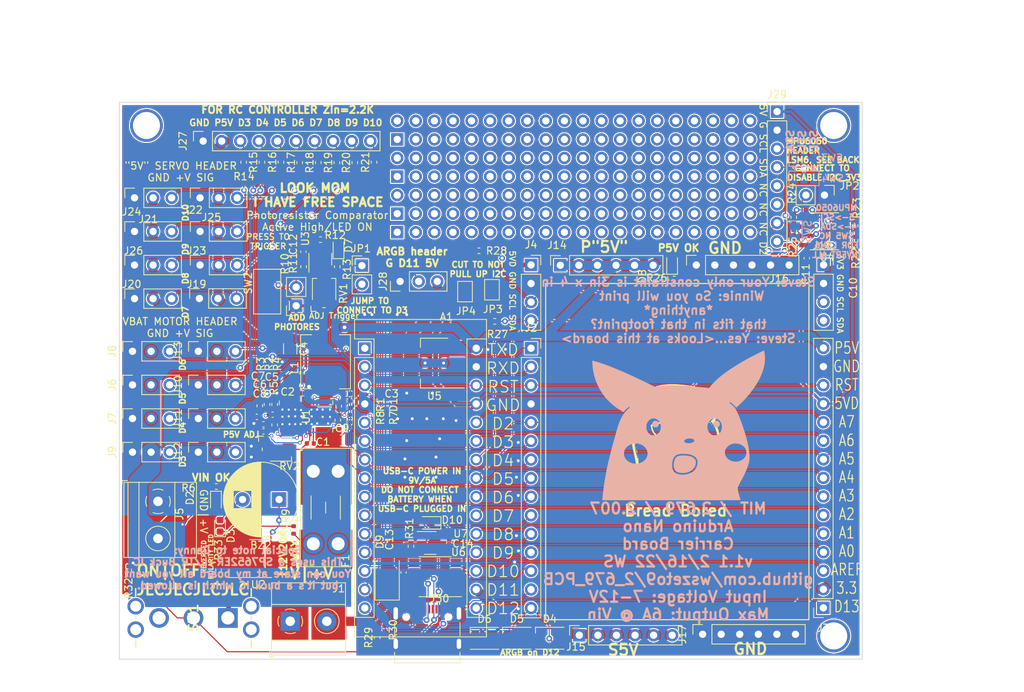
<source format=kicad_pcb>
(kicad_pcb (version 20211014) (generator pcbnew)
  (layers (0 "F.Cu" signal) (31 "B.Cu" signal) (34 "B.Paste" user) (35 "F.Paste" user) (36 "B.SilkS" user "B.Silkscreen") (37 "F.SilkS" user "F.Silkscreen") (38 "B.Mask" user) (39 "F.Mask" user) (44 "Edge.Cuts" user))
  (net 0 "")
  (net 1 "/TXD")
  (net 2 "/RXD")
  (net 3 "/RST")
  (net 4 "GND")
  (net 5 "/D2")
  (net 6 "/D3")
  (net 7 "/D4")
  (net 8 "/D5")
  (net 9 "/D6")
  (net 10 "/D7")
  (net 11 "/D8")
  (net 12 "/D9")
  (net 13 "/D10")
  (net 14 "/D11")
  (net 15 "/D12")
  (net 16 "/D13")
  (net 17 "+3V3")
  (net 18 "/AREF")
  (net 19 "/A0")
  (net 20 "/A1")
  (net 21 "/A2")
  (net 22 "/A3")
  (net 23 "/A4")
  (net 24 "/A5")
  (net 25 "/A6")
  (net 26 "/A7")
  (net 27 "+5VD")
  (net 28 "/P5V")
  (net 29 "/COMP")
  (net 30 "/BUCK_ENA")
  (net 31 "Net-(C1-Pad1)")
  (net 32 "VBUS")
  (net 33 "/LX")
  (net 35 "Net-(R1-Pad1)")
  (net 36 "Net-(C3-Pad1)")
  (net 37 "Net-(C5-Pad1)")
  (net 38 "Net-(C8-Pad1)")
  (net 39 "Net-(D2-Pad1)")
  (net 40 "Net-(R3-Pad1)")
  (net 42 "Net-(BZ2-Pad1)")
  (net 43 "Net-(BZ2-Pad2)")
  (net 44 "Net-(D3-Pad1)")
  (net 45 "Net-(D9-Pad1)")
  (net 46 "Net-(D4-Pad1)")
  (net 47 "Net-(D5-Pad1)")
  (net 49 "Net-(D7-Pad1)")
  (net 50 "Net-(R10-Pad2)")
  (net 51 "Net-(RV1-Pad2)")
  (net 52 "Net-(J27-Pad3)")
  (net 53 "Net-(J27-Pad4)")
  (net 54 "Net-(J27-Pad5)")
  (net 55 "Net-(J27-Pad6)")
  (net 56 "Net-(J27-Pad7)")
  (net 57 "Net-(J27-Pad8)")
  (net 58 "Net-(J27-Pad9)")
  (net 59 "Net-(J27-Pad10)")
  (net 60 "Net-(SW1-Pad1)")
  (net 61 "Net-(D7-Pad2)")
  (net 62 "Net-(JP2-Pad2)")
  (net 63 "/SCL_3V3")
  (net 64 "/SDA_3V3")
  (net 65 "Net-(J28-Pad3)")
  (net 66 "Net-(D8-Pad1)")
  (net 67 "Net-(JP3-Pad1)")
  (net 68 "Net-(JP4-Pad1)")
  (net 71 "Net-(C5-Pad2)")
  (net 72 "Net-(J29-Pad4)")
  (net 73 "Net-(J29-Pad7)")
  (net 74 "Net-(J29-Pad3)")
  (net 75 "/VBUS_USBC")
  (net 76 "/CC1")
  (net 80 "/CC2")
  (net 86 "Net-(D10-Pad1)")
  (net 87 "/!VUSB")
  (footprint "Connector_PinSocket_2.54mm:PinSocket_1x06_P2.54mm_Vertical" (layer "F.Cu") (at 162 98.5 90)
    (fp_text reference "J14")
    (fp_text value "Conn_01x06_Female")
  )
  (footprint "Resistor_SMD:R_0402_1005Metric" (layer "F.Cu") (at 115.2652 140.208 90)
    (fp_text reference "R33")
    (fp_text value "68K")
  )
  (footprint "Connector_PinSocket_2.54mm:PinSocket_1x03_P2.54mm_Vertical" (layer "F.Cu") (at 103.775 89.275 90)
    (fp_text reference "J24")
    (fp_text value "Servo Header")
  )
  (footprint "Resistor_SMD:R_0402_1005Metric" (layer "F.Cu") (at 126.365 84.455 90)
    (fp_text reference "R17")
    (fp_text value "2.2K")
  )
  (footprint "Resistor_SMD:R_0402_1005Metric" (layer "F.Cu") (at 131.445 84.455 90)
    (fp_text reference "R19")
    (fp_text value "2.2K")
  )
  (footprint "Connector_PinSocket_2.54mm:PinSocket_1x03_P2.54mm_Vertical" (layer "F.Cu") (at 103.775 103.075 90)
    (fp_text reference "J20")
    (fp_text value "Servo Header")
  )
  (footprint "Resistor_SMD:R_0402_1005Metric" (layer "F.Cu") (at 193.929 91.95 -90)
    (fp_text reference "R24")
    (fp_text value "10K")
  )
  (footprint "Resistor_SMD:R_0402_1005Metric" (layer "F.Cu") (at 122.936 120.3452 -90)
    (fp_text reference "R5")
    (fp_text value "12k")
  )
  (footprint "Connector_PinHeader_2.54mm:PinHeader_2x20_P2.54mm_Vertical" (layer "F.Cu") (at 139.7 91.44 90)
    (fp_text reference "REF**" hide)
    (fp_text value "PinHeader_2x20_P2.54mm_Vertical" hide)
  )
  (footprint "Resistor_SMD:R_0402_1005Metric" (layer "F.Cu") (at 131.5 98.7 -90)
    (fp_text reference "R13")
    (fp_text value "1K")
  )
  (footprint "Jumper:SolderJumper-2_P1.3mm_Bridged_Pad1.0x1.5mm" (layer "F.Cu") (at 152.654 101.854 90)
    (fp_text reference "JP3")
    (fp_text value "Jumper_2_Bridged")
  )
  (footprint "Resistor_SMD:R_0402_1005Metric" (layer "F.Cu") (at 121.8946 117.5512 90)
    (fp_text reference "R2")
    (fp_text value "68K")
  )
  (footprint "Resistor_SMD:R_0402_1005Metric" (layer "F.Cu") (at 129.2 95)
    (fp_text reference "R12")
    (fp_text value "1K")
  )
  (footprint "Resistor_SMD:R_0402_1005Metric" (layer "F.Cu") (at 131.6966 117.7822 -90)
    (fp_text reference "R1")
    (fp_text value "5.1k")
  )
  (footprint "Connector_PinHeader_2.54mm:PinHeader_2x20_P2.54mm_Vertical" (layer "F.Cu") (at 139.7 81.28 90)
    (fp_text reference "REF**" hide)
    (fp_text value "PinHeader_2x20_P2.54mm_Vertical" hide)
  )
  (footprint "sp7652:SP7652ER-L&slash_TR" (layer "F.Cu") (at 127.2286 119.2022 90)
    (fp_text reference "U1")
    (fp_text value "SP7652ER-L/TR" hide)
  )
  (footprint "Connector_PinSocket_2.54mm:PinSocket_1x04_P2.54mm_Vertical" (layer "F.Cu") (at 158 98.46)
    (fp_text reference "J4")
    (fp_text value "I2C_5V")
  )
  (footprint "Resistor_SMD:R_0402_1005Metric" (layer "F.Cu") (at 137.9728 148.3888 -90)
    (fp_text reference "R30")
    (fp_text value "5.1k")
  )
  (footprint "Button_Switch_SMD:SW_SPST_CK_RS282G05A3" (layer "F.Cu") (at 121.92 102.108 90)
    (fp_text reference "SW2")
    (fp_text value "SW_Push_Open")
  )
  (footprint "Capacitor_SMD:C_0805_2012Metric" (layer "F.Cu") (at 132.1438 122.4788)
    (fp_text reference "C9")
    (fp_text value "22uF")
  )
  (footprint "Connector_PinSocket_2.54mm:PinSocket_1x03_P2.54mm_Vertical" (layer "F.Cu") (at 112.5 124.075 90)
    (fp_text reference "J12")
    (fp_text value "DC Motor Header")
  )
  (footprint "Package_TO_SOT_SMD:SOT-223-3_TabPin2" (layer "F.Cu") (at 144.78 111.887 180)
    (fp_text reference "U5")
    (fp_text value "AMS1117-5.0")
  )
  (footprint "Package_TO_SOT_SMD:SOT-23-5" (layer "F.Cu") (at 129.18 97.665 90)
    (fp_text reference "U3")
    (fp_text value "LMV331")
  )
  (footprint "Resistor_SMD:R_0402_1005Metric" (layer "F.Cu") (at 123.8 84.4 90)
    (fp_text reference "R16")
    (fp_text value "2.2K")
  )
  (footprint "Connector_PinSocket_2.54mm:PinSocket_1x02_P2.54mm_Vertical" (layer "F.Cu") (at 125.875 104.04 180)
    (fp_text reference "R10")
    (fp_text value "R_Photo")
  )
  (footprint "Resistor_SMD:R_0402_1005Metric" (layer "F.Cu") (at 136.9568 149.4516 90)
    (fp_text reference "R29")
    (fp_text value "5.1k")
  )
  (footprint "Connector_PinHeader_2.54mm:PinHeader_1x20_P2.54mm_Vertical" (layer "F.Cu") (at 139.7 93.98 90)
    (fp_text reference "REF**" hide)
    (fp_text value "PinHeader_1x20_P2.54mm_Vertical" hide)
  )
  (footprint "Connector_PinHeader_2.54mm:PinHeader_1x02_P2.54mm_Vertical" (layer "F.Cu") (at 134.874 98.552)
    (fp_text reference "JP1")
    (fp_text value "Jumper_2_Bridged")
  )
  (footprint "Switch:M2012SS2W13" (layer "F.Cu") (at 116.5352 146.7612 90)
    (fp_text reference "SW1")
    (fp_text value "SW_SPST" hide)
  )
  (footprint "Connector_PinHeader_2.54mm:PinHeader_1x03_P2.54mm_Vertical" (layer "F.Cu") (at 140.096 100.711 90)
    (fp_text reference "J28")
    (fp_text value "NEOPIXEL")
  )
  (footprint "Connector_PinSocket_2.54mm:PinSocket_1x03_P2.54mm_Vertical" (layer "F.Cu") (at 112.5 114.875 90)
    (fp_text reference "J10")
    (fp_text value "DC Motor Header")
  )
  (footprint "TCA9517:SOIC127P599X175-8N" (layer "F.Cu") (at 198.12 93.853 180)
    (fp_text reference "U4")
    (fp_text value "TCA9517DR")
  )
  (footprint "LED_SMD:LED_0603_1608Metric" (layer "F.Cu") (at 131.6736 96.1136 90)
    (fp_text reference "D7")
    (fp_text value "LED")
  )
  (footprint "TerminalBlock_Phoenix:TerminalBlock_Phoenix_MKDS-1,5-2-5.08_1x02_P5.08mm_Horizontal" (layer "F.Cu") (at 106.9848 130.81 -90)
    (fp_text reference "J5")
    (fp_text value "POWER_OUT")
  )
  (footprint "LED_SMD:LED_Cree-PLCC4_3.2x2.8mm_CCW" (layer "F.Cu") (at 151.638 149.5552)
    (fp_text reference "D6")
    (fp_text value "3528 ARGB LED")
  )
  (footprint "Diode_SMD:D_0402_1005Metric" (layer "F.Cu") (at 133.1976 117.5671 -90)
    (fp_text reference "D1")
    (fp_text value "D_Schottky")
  )
  (footprint "Resistor_SMD:R_0402_1005Metric" (layer "F.Cu") (at 150.876 96.52)
    (fp_text reference "R28")
    (fp_text value "4.7k")
  )
  (footprint "Connector_PinSocket_2.54mm:PinSocket_1x04_P2.54mm_Vertical" (layer "F.Cu") (at 198 98.45)
    (fp_text reference "J18")
    (fp_text value "I2C_3V3")
  )
  (footprint "Resistor_SMD:R_0402_1005Metric" (layer "F.Cu") (at 126.9 98.69 90)
    (fp_text reference "R11")
    (fp_text value "10K")
  )
  (footprint "Connector_PinSocket_2.54mm:PinSocket_1x15_P2.54mm_Vertical" (layer "F.Cu") (at 158 109.855)
    (fp_text reference "J2")
    (fp_text value "ARDUINO_HEADER_1")
  )
  (footprint "Diode_SMD:D_SMA" (layer "F.Cu") (at 138.3284 140.9192 90)
    (fp_text reference "D9")
    (fp_text value "SS54")
  )
  (footprint "Capacitor_SMD:C_0402_1005Metric" (layer "F.Cu") (at 121.412 121.2342 180)
    (fp_text reference "C8")
    (fp_text value "1nF")
  )
  (footprint "Resistor_SMD:R_0402_1005Metric" (layer "F.Cu") (at 153.035 106.172)
    (fp_text reference "R27")
    (fp_text value "4.7k")
  )
  (footprint "Connector_PinSocket_2.54mm:PinSocket_1x03_P2.54mm_Vertical" (layer "F.Cu") (at 112.735 89.275 90)
    (fp_text reference "J22")
    (fp_text value "Servo Header")
  )
  (footprint "Connector_PinSocket_2.54mm:PinSocket_1x03_P2.54mm_Vertical" (layer "F.Cu") (at 112.735 93.875 90)
    (fp_text reference "J25")
    (fp_text value "Servo Header")
  )
  (footprint "Capacitor_SMD:C_0402_1005Metric" (layer "F.Cu") (at 122.6566 118.9482 180)
    (fp_text reference "C5")
    (fp_text value "100pF")
  )
  (footprint "Capacitor_SMD:C_0402_1005Metric" (layer "F.Cu") (at 126.8476 116.0272)
    (fp_text reference "C2")
    (fp_text value "1uF")
  )
  (footprint "Connector_PinSocket_2.54mm:PinSocket_1x03_P2.54mm_Vertical" (layer "F.Cu") (at 103.5 119.475 90)
    (fp_text reference "J7")
    (fp_text value "DC Motor Header")
  )
  (footprint "Connector_PinHeader_2.54mm:PinHeader_2x20_P2.54mm_Vertical" (layer "F.Cu") (at 139.7 86.36 90)
    (fp_text reference "REF**" hide)
    (fp_text value "PinHeader_2x20_P2.54mm_Vertical" hide)
  )
  (footprint "Capacitor_SMD:C_0402_1005Metric" (layer "F.Cu") (at 201.168 97.536 -90)
    (fp_text reference "C10")
    (fp_text value "0.1uF")
  )
  (footprint "LED_SMD:LED_0603_1608Metric" (layer "F.Cu") (at 115.4684 134.1628 90)
    (fp_text reference "D3")
    (fp_text value "LED")
  )
  (footprint "Package_DFN_QFN:DFN-8-1EP_6x5mm_P1.27mm_EP4x4mm" (layer "F.Cu") (at 119.5324 138.6332)
    (fp_text reference "U2")
    (fp_text value "AON6558")
  )
  (footprint "Resistor_SMD:R_0402_1005Metric" (layer "F.Cu") (at 136.525 84.4 90)
    (fp_text reference "R21")
    (fp_text value "2.2K")
  )
  (footprint "Diode_SMD:D_SOD-323" (layer "F.Cu") (at 144.1704 133.7564 180)
    (fp_text reference "D10")
    (fp_text value "1N5819WS")
  )
  (footprint "Capacitor_SMD:C_0402_1005Metric" (layer "F.Cu") (at 127.8128 122.8852 180)
    (fp_text reference "C1")
    (fp_text value "22nF")
  )
  (footprint "Resistor_SMD:R_0402_1005Metric" (layer "F.Cu") (at 120.904 117.729 -90)
    (fp_text reference "R3")
    (fp_text value "220k")
  )
  (footprint "Resistor_SMD:R_0402_1005Metric" (layer "F.Cu") (at 125.5268 134.7216 -90)
    (fp_text reference "R9")
    (fp_text value "470R")
  )
  (footprint "Resistor_SMD:R_0402_1005Metric" (layer "F.Cu") (at 128.905 84.455 90)
    (fp_text reference "R18")
    (fp_text value "2.2K")
  )
  (footprint "Resistor_SMD:R_0402_1005Metric" (layer "F.Cu") (at 133.9 84.455 90)
    (fp_text reference "R20")
    (fp_text value "2.2K")
  )
  (footprint "Resistor_SMD:R_0402_1005Metric" (layer "F.Cu") (at 202.311 93.091 -90)
    (fp_text reference "R23")
    (fp_text value "10K")
  )
  (footprint "Fuse:Fuseholder_Blade_Mini_Keystone_3568" (layer "F.Cu") (at 128.2192 136.6152 90)
    (fp_text reference "F1")
    (fp_text value "20A")
  )
  (footprint "Capacitor_SMD:C_0402_1005Metric" (layer "F.Cu") (at 120.495 119.253 180)
    (fp_text reference "C7")
    (fp_text value "100pF")
  )
  (footprint "Capacitor_SMD:C_0402_1005Metric" (layer "F.Cu") (at 146.812 136.4488 90)
    (fp_text reference "C14")
    (fp_text value "1uF")
  )
  (footprint "Connector_PinSocket_2.54mm:PinSocket_1x10_P2.54mm_Vertical" (layer "F.Cu") (at 113.1616 81.509 90)
    (fp_text reference "J27")
    (fp_text value "RC IN")
  )
  (footprint "Connector_PinSocket_2.54mm:PinSocket_1x03_P2.54mm_Vertical" (layer "F.Cu") (at 103.5 124.075 90)
    (fp_text reference "J9")
    (fp_text value "DC Motor Header")
  )
  (footprint "Capacitor_SMD:C_0402_1005Metric" (layer "F.Cu") (at 140.5636 140.5408 90)
    (fp_text reference "C13")
    (fp_text value "1uF")
  )
  (footprint "Connector_PinSocket_2.54mm:PinSocket_1x06_P2.54mm_Vertical" (layer "F.Cu") (at 180.594 98.475 90)
    (fp_text reference "J16")
    (fp_text value "Conn_01x06_Female")
  )
  (footprint "Capacitor_SMD:C_0402_1005Metric" (layer "F.Cu") (at 126.873 96.647 90)
    (fp_text reference "C12")
    (fp_text value "0.1uF")
  )
  (footprint "Connector_PinSocket_2.54mm:PinSocket_1x03_P2.54mm_Vertical" (layer "F.Cu") (at 112.5 110.275 90)
    (fp_text reference "J13")
    (fp_text value "DC Motor Header")
  )
  (footprint "Package_SO:TSSOP-16_4.4x5mm_P0.65mm" (layer "F.Cu") (at 144.8816 141.1224 180)
    (fp_text reference "U6")
    (fp_text value "IP2721")
  )
  (footprint "Capacitor_SMD:C_0402_1005Metric" (layer "F.Cu") (at 132.7912 116.078 180)
    (fp_text reference "C3")
    (fp_text value "1uF")
  )
  (footprint "TerminalBlock_Phoenix:TerminalBlock_Phoenix_MKDS-1,5-2_1x02_P5.00mm_Horizontal" (layer "F.Cu") (at 125.0696 147.2184)
    (fp_text reference "J1")
    (fp_text value "POWER_IN")
  )
  (footprint "Resistor_SMD:R_0402_1005Metric" (layer "F.Cu") (at 118.7 84.4 90)
    (fp_text reference "R14")
    (fp_text value "2.2K")
  )
  (footprint "Module:Arduino_Nano" (layer "F.Cu") (at 135.265 109.855)
    (fp_text reference "A1")
    (fp_text value "Arduino_Nano_v3.x")
  )
  (footprint "Resistor_SMD:R_0402_1005Metric" (layer "F.Cu") (at 141.5796 136.9568 -90)
    (fp_text reference "R31")
    (fp_text value "10K")
  )
  (footprint "LED_SMD:LED_0603_1608Metric" (layer "F.Cu") (at 114.9096 130.9116 -90)
    (fp_text reference "D2")
    (fp_text value "LED")
  )
  (footprint "Resistor_SMD:R_0402_1005Metric" (layer "F.Cu") (at 114.9604 128.778)
    (fp_text reference "R6")
    (fp_text value "1K")
  )
  (footprint "Capacitor_THT:CP_Radial_D10.0mm_P5.00mm" (layer "F.Cu") (at 123.5456 130.556 180)
    (fp_text reference "BZ2")
    (fp_text value "Buzzer")
  )
  (footprint "Connector_PinSocket_2.54mm:PinSocket_1x03_P2.54mm_Vertical" (layer "F.Cu") (at 103.5 110.275 90)
    (fp_text reference "J8")
    (fp_text value "DC Motor Header")
  )
  (footprint "Potentiometer_SMD:Potentiometer_Bourns_TC33X_Vertical" (layer "F.Cu") (at 129.7 102.2 90)
    (fp_text reference "RV1")
    (fp_text value "200k")
  )
  (footprint "Resistor_SMD:R_0402_1005Metric" (layer "F.Cu") (at 102.9716 140.208 -90)
    (fp_text reference "R32")
    (fp_text value "1K")
  )
  (footprint "Capacitor_SMD:C_0402_1005Metric" (layer "F.Cu") (at 195.707 97.536 -90)
    (fp_text reference "C11")
    (fp_text value "0.1uF")
  )
  (footprint "Inductor_SMD:L_Abracon_ASPI-0630LR" (layer "F.Cu") (at 129.8956 111.7092 90)
    (fp_text reference "L1")
    (fp_text value "2.2uH 8A")
  )
  (footprint "Connector_PinSocket_2.54mm:PinSocket_1x03_P2.54mm_Vertical" (layer "F.Cu") (at 103.5 114.875 90)
    (fp_text reference "J6")
    (fp_text value "DC Motor Header")
  )
  (footprint "Potentiometer_SMD:Potentiometer_Bourns_TC33X_Vertical" (layer "F.Cu") (at 123.3408 123.698)
    (fp_text reference "RV2")
    (fp_text value "200k")
  )
  (footprint "Capacitor_SMD:C_0402_1005Metric" (layer "F.Cu") (at 121.412 120.269 180)
    (fp_text reference "C6")
    (fp_text value "22pF")
  )
  (footprint "Connector_PinHeader_2.54mm:PinHeader_1x02_P2.54mm_Vertical" (layer "F.Cu") (at 198.125 88.9 -90)
    (fp_text reference "JP2")
    (fp_text value "Jumper_2_Bridged")
  )
  (footprint "Connector_PinSocket_2.54mm:PinSocket_1x06_P2.54mm_Vertical" (layer "F.Cu") (at 181.46 149 90)
    (fp_text reference "J17")
    (fp_text value "Conn_01x06_Female")
  )
  (footprint "Connector_PinSocket_2.54mm:PinSocket_1x03_P2.54mm_Vertical" (layer "F.Cu") (at 112.5 119.475 90)
    (fp_text reference "J11")
    (fp_text value "DC Motor Header")
  )
  (footprint "Resistor_SMD:R_0402_1005Metric" (layer "F.Cu") (at 202.311 95.123 90)
    (fp_text reference "R22")
    (fp_text value "10K")
  )
  (footprint "Connector_PinSocket_2.54mm:PinSocket_1x03_P2.54mm_Vertical" (layer "F.Cu") (at 103.775 93.875 90)
    (fp_text reference "J21")
    (fp_text value "Servo Header")
  )
  (footprint "Capacitor_SMD:C_1206_3216Metric" (layer "F.Cu") (at 125.0696 109.9312 -90)
    (fp_text reference "C4")
    (fp_text value "47uF")
  )
  (footprint "Jumper:SolderJumper-2_P1.3mm_Bridged_Pad1.0x1.5mm" (layer "F.Cu") (at 148.971 102.108 -90)
    (fp_text reference "JP4")
    (fp_text value "Jumper_2_Bridged")
  )
  (footprint "Connector_PinSocket_2.54mm:PinSocket_1x03_P2.54mm_Vertical" (layer "F.Cu") (at 112.735 98.475 90)
    (fp_text reference "J23")
    (fp_text value "Servo Header")
  )
  (footprint "Connector_PinHeader_2.54mm:PinHeader_1x08_P2.54mm_Vertical" (layer "F.Cu") (at 191.643 77.47)
    (fp_text reference "J29")
    (fp_text value "MPU6050")
  )
  (footprint "Resistor_SMD:R_0402_1005Metric" (layer "F.Cu") (at 177.5988 100.3808)
    (fp_text reference "R26")
    (fp_text value "1K")
  )
  (footprint "Connector_PinSocket_2.54mm:PinSocket_1x06_P2.54mm_Vertical" (layer "F.Cu") (at 164.6016 149.13 90)
    (fp_text reference "J15")
    (fp_text value "Conn_01x06_Female")
  )
  (footprint "Connector_USB:USB_C_Receptacle_Palconn_UTC16-G" (layer "F.Cu") (at 143.8148 148.0706)
    (fp_text reference "J30")
    (fp_text value "USB_C_Receptacle_USB2.0")
  )
  (footprint "Connector_PinSocket_2.54mm:PinSocket_1x15_P2.54mm_Vertical" (layer "F.Cu") (at 197.975 145.385 180)
    (fp_text reference "J3")
    (fp_text value "ARDUINO_HEADER_2")
  )
  (footprint "Resistor_SMD:R_0402_1005Metric" (layer "F.Cu") (at 131.572 119.6868 90)
    (fp_text reference "R8")
    (fp_text value "10k")
  )
  (footprint "Resistor_SMD:R_0402_1005Metric" (layer "F.Cu") (at 193.929 93.855 90)
    (fp_text reference "R25")
    (fp_text value "10K")
  )
  (footprint "LED_SMD:LED_Cree-PLCC4_3.2x2.8mm_CCW" (layer "F.Cu") (at 160.5588 149.544)
    (fp_text reference "D4")
    (fp_text value "3528 ARGB LED")
  )
  (footprint "LED_SMD:LED_Cree-PLCC4_3.2x2.8mm_CCW" (layer "F.Cu") (at 156.0588 149.544)
    (fp_text reference "D5")
    (fp_text value "3528 ARGB LED")
  )
  (footprint "Resistor_SMD:R_0402_1005Metric" (layer "F.Cu") (at 133.1976 119.4816 90)
    (fp_text reference "R7")
    (fp_text value "15k")
  )
  (footprint "Package_TO_SOT_SMD:SOT-23-5" (layer "F.Cu") (at 144.2212 136.4996)
    (fp_text reference "U7")
    (fp_text value "BU4SU69G2")
  )
  (footprint "Connector_PinSocket_2.54mm:PinSocket_1x03_P2.54mm_Vertical" (layer "F.Cu") (at 103.775 98.475 90)
    (fp_text reference "J26")
    (fp_text value "Servo Header")
  )
  (footprint "Resistor_SMD:R_0402_1005Metric" (layer "F.Cu") (at 122.936 117.5512 -90)
    (fp_text reference "R4")
    (fp_text value "5.1k")
  )
  (footprint "Logos:bread bored" (layer "F.Cu") (at 177.8 121.92)
    (fp_text reference "G***" hide)
    (fp_text value "LOGO" hide)
  )
  (footprint "Connector_PinSocket_2.54mm:PinSocket_1x03_P2.54mm_Vertical" (layer "F.Cu") (at 112.65 103.05 90)
    (fp_text reference "J19")
    (fp_text value "Servo Header")
  )
  (footprint "Resistor_SMD:R_0402_1005Metric" (layer "F.Cu") (at 121.2 84.4 90)
    (fp_text reference "R15")
    (fp_text value "2.2K")
  )
  (footprint "LED_SMD:LED_0603_1608Metric" (layer "F.Cu") (at 177.292 98.2472 90)
    (fp_text reference "D8")
    (fp_text value "LED")
  )
  (footprint "Jumper:SolderJumper-3_P1.3mm_Bridged12_Pad1.0x1.5mm" (layer "B.Cu") (at 195.326 83.947 180)
    (fp_text reference "SW3")
    (fp_text value "SW_P3")
  )
  (footprint "Jumper:SolderJumper-3_P1.3mm_Bridged12_Pad1.0x1.5mm" (layer "B.Cu") (at 195.326 86.614)
    (fp_text reference "SW4")
    (fp_text value "SW_P4")
  )
  (footprint "Jumper:SolderJumper-2_P1.3mm_Open_TrianglePad1.0x1.5mm" (layer "B.Cu") (at 194.056 93.853 -90)
    (fp_text reference "SW5")
    (fp_text value "SW_SPST")
  )
  (footprint "Logos:pika" (layer "B.Cu") (at 180.5432 117.602 180)
    (fp_text reference "G***")
    (fp_text value "LOGO" hide)
  )
  (gr_rect (start 160 101) (end 196 147) (layer "F.SilkS") (width 0.15) (fill none))
  (gr_rect (start 101.7016 76.2) (end 203.3016 152.4) (layer "Edge.Cuts") (width 0.1) (fill none))
  (gr_text "SDA\nSEL\nSCL" (at 195.072 81.407 90) (layer "B.SilkS") (effects (font (size 1 1) (thickness 0.25)) (justify mirror)))
  (gr_text "MPU6050\n3->SCL\n4->SDA \nSW5 NC\nFOR LSM6\nINVERT ALL" (at 199.771 93.853) (layer "B.SilkS") (effects (font (size 0.8 0.8) (thickness 0.2)) (justify mirror)))
  (gr_text "Steve: Your only constraint is 3in x 4 in\nWinnie: So you will print \n*anything*\nthat fits in that footprint?\nSteve: Yes...<Looks at this board>" (at 178.1556 104.648) (layer "B.SilkS") (effects (font (size 1.2 1.2) (thickness 0.25)) (justify mirror)))
  (gr_text "Special note to Danny:\nThis uses a SP7652ER-L/TR Buck IC\nYou can stare at my board all you want\nbut it's a buck IC which is allowed." (at 117.9068 139.9032) (layer "B.SilkS") (effects (font (size 1 1) (thickness 0.25)) (justify mirror)))
  (gr_text "MIT / 2.679 / 2.007\nArduino Nano\nCarrier Board\nv1.1 2/16/22 WS\ngithub.com/wszeto9/2_679_PCB\nInput Voltage: 7-12V\nMax Output: 6A @ Vin" (at 178.1048 139.0396) (layer "B.SilkS") (effects (font (size 1.5 1.5) (thickness 0.3)) (justify mirror)))
  (gr_text "REVERSED\nPOLARITY LED" (at 113.7412 138.3792 90) (layer "F.SilkS") (effects (font (size 0.6 0.6))))
  (gr_text "12V20A\nMAX" (at 124.9172 137.5664 90) (layer "F.SilkS") (effects (font (size 1 1) (thickness 0.25))))
  (gr_text "P5V\nGND\nRST\n5VD\nA7\nA6\nA5\nA4\nA3\nA2\nA1\nA0\nAREF\n3.3\nD13\n" (at 201.168 127.508) (layer "F.SilkS") (effects (font (size 1.57 1.2))))
  (gr_text "Photoresistor Comparator\nActive High/LED ON" (at 128.778 92.456) (layer "F.SilkS") (effects (font (size 1 1))))
  (gr_text "GND P5V D3 D4 D5 D6 D7 D8 D9 D10" (at 124.46 78.994) (layer "F.SilkS") (effects (font (size 0.9 0.9) (thickness 0.2))))
  (gr_text "JLCJLCJLCJLC\n" (at 111.76 142.875) (layer "F.SilkS") (effects (font (size 1.5 1.5) (thickness 0.3))))
  (gr_text "5V G SCL SDA NC NC NC D2\n" (at 189.738 86.741 270) (layer "F.SilkS") (effects (font (size 0.95 0.95))))
  (gr_text "D7     D8    D9     D10\n" (at 110.744 97.917 90) (layer "F.SilkS") (effects (font (size 0.8 0.8) (thickness 0.2))))
  (gr_text "CONNECT TO \nDISABLE I2C_3V3\n" (at 198.12 85.852) (layer "F.SilkS") (effects (font (size 0.8 0.8) (thickness 0.2))))
  (gr_text "GND\n" (at 188 151) (layer "F.SilkS") (effects (font (size 1.5 1.5) (thickness 0.3))))
  (gr_text "ADJ Trigger\n" (at 131.064 105.41) (layer "F.SilkS") (effects (font (size 0.8 0.8))))
  (gr_text "MPU6050\nHEADER\nLSM6, SEE BACK\n\n" (at 192.786 83.439) (layer "F.SilkS") (effects (font (size 0.8 0.8) (thickness 0.2)) (justify left)))
  (gr_text "JUMP TO \nCONNECT TO D3\n" (at 136.271 104.013) (layer "F.SilkS") (effects (font (size 0.8 0.8) (thickness 0.2))))
  (gr_text "P{dblquote}5V{dblquote}\n" (at 168 96) (layer "F.SilkS") (effects (font (size 1.5 1.5) (thickness 0.3))))
  (gr_text "-V|+V" (at 127.0508 140.6652) (layer "F.SilkS") (effects (font (size 1.5 1.5) (thickness 0.3))))
  (gr_text "ARGB header\nG D11 5V\n" (at 141.732 97.409) (layer "F.SilkS") (effects (font (size 1 1) (thickness 0.25))))
  (gr_text "GND\n" (at 184.531 96.139) (layer "F.SilkS") (effects (font (size 1.5 1.5) (thickness 0.3))))
  (gr_text "P5V ADJ" (at 118.364 121.666) (layer "F.SilkS") (effects (font (size 0.8 0.8) (thickness 0.2))))
  (gr_text "VBAT MOTOR HEADER\nGND +V SIG\n" (at 110 107) (layer "F.SilkS") (effects (font (size 1 1))))
  (gr_text "D3     D4    D5     D6\n\n" (at 110.998 118.745 90) (layer "F.SilkS") (effects (font (size 0.8 0.8) (thickness 0.2))))
  (gr_text "ADD\nPHOTORES" (at 125.984 106.299) (layer "F.SilkS") (effects (font (size 0.8 0.8) (thickness 0.2))))
  (gr_text "PRESS TO\nTRIGGER" (at 122.047 95.25) (layer "F.SilkS") (effects (font (size 0.8 0.8))))
  (gr_text "S5V" (at 170.6016 151.13) (layer "F.SilkS") (effects (font (size 1.5 1.5) (thickness 0.3))))
  (gr_text "TXD\nRXD\nRST\nGND\nD2\nD3\nD4\nD5\nD6\nD7\nD8\nD9\nD10\nD11\nD12\n" (at 154.178 127.762) (layer "F.SilkS") (effects (font (size 1.57 1.57))))
  (gr_text "ARGB on D12" (at 157.8356 151.4856) (layer "F.SilkS") (effects (font (size 0.8 0.8) (thickness 0.2))))
  (gr_text "VIN OK" (at 114.2492 127.5588) (layer "F.SilkS") (effects (font (size 1 1) (thickness 0.25))))
  (gr_text "Bread Bored" (at 177.8 132.08) (layer "F.SilkS") (effects (font (size 1.5 1.5) (thickness 0.3))))
  (gr_text "ON|OFF" (at 108.458 140.2588) (layer "F.SilkS") (effects (font (size 1.5 1.5) (thickness 0.3))))
  (gr_text "USB-C POWER IN\n9V/5A\nDO NOT CONNECT \nBATTERY WHEN \nUSB-C PLUGGED IN" (at 143.1036 129.2352) (layer "F.SilkS") (effects (font (size 0.8 0.8) (thickness 0.2))))
  (gr_text "{dblquote}5V{dblquote} SERVO HEADER\nGND +V SIG\n" (at 110.1 85.7) (layer "F.SilkS") (effects (font (size 1 1))))
  (gr_text "3V3 GND SCL SDA\n" (at 200.25 102.362 270) (layer "F.SilkS") (effects (font (size 0.8 0.8))))
  (gr_text "LOOK MOM \nI HAVE FREE SPACE" (at 128.905 88.9) (layer "F.SilkS") (effects (font (size 1.2 1.2) (thickness 0.3))))
  (gr_text "FOR RC CONTROLLER Zin=2.2K" (at 124.714 77.216) (layer "F.SilkS") (effects (font (size 1 1) (thickness 0.25))))
  (gr_text "5VD GND SCL SDA" (at 155.448 101.981 270) (layer "F.SilkS") (effects (font (size 0.8 0.8))))
  (gr_text "GND|+V" (at 113.2332 132.1816 270) (layer "F.SilkS") (effects (font (size 1 1))))
  (gr_text "P5V OK" (at 178.181 96.139) (layer "F.SilkS") (effects (font (size 1 1) (thickness 0.25))))
  (gr_text "CUT TO NOT\nPULL UP I2C" (at 150.749 99.06) (layer "F.SilkS") (effects (font (size 0.8 0.8) (thickness 0.2))))
  (via (at 105.41 79.375) (size 4.5) (drill 3.7) (layers "F.Cu" "B.Cu") (net 0))
  (via (at 199.39 79.375) (size 4.5) (drill 3.7) (layers "F.Cu" "B.Cu") (net 0))
  (via (at 199.39 149.225) (size 4.5) (drill 3.7) (layers "F.Cu" "B.Cu") (net 0))
  (segment (start 136.293111 110.883111) (end 135.265 109.855) (width 0.1524) (layer "B.Cu") (net 1))
  (segment (start 156.9976 109.855) (end 155.969489 110.883111) (width 0.1524) (layer "B.Cu") (net 1))
  (segment (start 158 109.855) (end 156.9976 109.855) (width 0.1524) (layer "B.Cu") (net 1))
  (segment (start 155.969489 110.883111) (end 136.293111 110.883111) (width 0.1524) (layer "B.Cu") (net 1))
  (segment (start 135.265 112.395) (end 136.293111 113.423111) (width 0.1524) (layer "B.Cu") (net 2))
  (segment (start 136.293111 113.423111) (end 156.971889 113.423111) (width 0.1524) (layer "B.Cu") (net 2))
  (segment (start 156.971889 113.423111) (end 158 112.395) (width 0.1524) (layer "B.Cu") (net 2))
  (segment (start 197.975 114.905) (end 158.03 114.905) (width 0.1524) (layer "B.Cu") (net 3))
  (segment (start 135.265 114.935) (end 158 114.935) (width 0.1524) (layer "B.Cu") (net 3))
  (segment (start 158.03 114.905) (end 158 114.935) (width 0.1524) (layer "B.Cu") (net 3))
  (segment (start 131.572 119.1768) (end 130.5732 119.1768) (width 0.1524) (layer "F.Cu") (net 4))
  (segment (start 126.728601 117.2591) (end 126.728601 118.702201) (width 0.1524) (layer "F.Cu") (net 4))
  (segment (start 127.16812 97.91188) (end 128.536622 97.91188) (width 0.1524) (layer "F.Cu") (net 4))
  (segment (start 127.728602 117.2591) (end 127.728602 118.027802) (width 0.1524) (layer "F.Cu") (net 4))
  (segment (start 129.18 98.8025) (end 129.18 98.555258) (width 0.1524) (layer "F.Cu") (net 4))
  (segment (start 127.3276 116.0272) (end 127.3276 117.1601) (width 0.1524) (layer "F.Cu") (net 4))
  (segment (start 125.7286 121.1453) (end 125.3547 121.1453) (width 0.1524) (layer "F.Cu") (net 4))
  (segment (start 134.236889 121.401711) (end 134.236889 118.503111) (width 0.1524) (layer "F.Cu") (net 4))
  (segment (start 129.18 98.555258) (end 129.823378 97.91188) (width 0.1524) (layer "F.Cu") (net 4))
  (segment (start 126.52 123.698) (end 124.7908 123.698) (width 0.1524) (layer "F.Cu") (net 4))
  (segment (start 153.8212 151.2316) (end 151.0464 151.2316) (width 0.635) (layer "F.Cu") (net 4))
  (segment (start 130.436622 97.91188) (end 130.95188 98.427138) (width 0.1524) (layer "F.Cu") (net 4))
  (segment (start 128.536622 97.91188) (end 129.18 98.555258) (width 0.1524) (layer "F.Cu") (net 4))
  (segment (start 127.3328 122.8852) (end 126.52 123.698) (width 0.1524) (layer "F.Cu") (net 4))
  (segment (start 132.9436 122.695) (end 134.236889 121.401711) (width 0.1524) (layer "F.Cu") (net 4))
  (segment (start 130.95188 98.66188) (end 131.5 99.21) (width 0.1524) (layer "F.Cu") (net 4))
  (segment (start 130.5732 119.1768) (end 130.5 119.25) (width 0.1524) (layer "F.Cu") (net 4))
  (segment (start 125.7286 120.2714) (end 125.75 120.25) (width 0.1524) (layer "F.Cu") (net 4))
  (segment (start 120.015 119.253) (end 120.015 120.0569) (width 0.1524) (layer "F.Cu") (net 4))
  (segment (start 125.7286 121.1453) (end 125.7286 120.2714) (width 0.1524) (layer "F.Cu") (net 4))
  (segment (start 129.823378 97.91188) (end 130.436622 97.91188) (width 0.1524) (layer "F.Cu") (net 4))
  (segment (start 158.0164 151.5364) (end 156.1012 151.5364) (width 0.635) (layer "F.Cu") (net 4))
  (segment (start 156.1012 151.5364) (end 154.8088 150.244) (width 0.635) (layer "F.Cu") (net 4))
  (segment (start 127.728602 118.027802) (end 127.9652 118.2644) (width 0.1524) (layer "F.Cu") (net 4))
  (segment (start 151.0464 151.2316) (end 150.0588 150.244) (width 0.635) (layer "F.Cu") (net 4))
  (segment (start 127.728599 122.489401) (end 127.728599 121.1453) (width 0.1524) (layer "F.Cu") (net 4))
  (segment (start 127.2286 117.2591) (end 127.2286 119.2022) (width 0.1524) (layer "F.Cu") (net 4))
  (segment (start 130.95188 98.427138) (end 130.95188 98.66188) (width 0.1524) (layer "F.Cu") (net 4))
  (segment (start 126.728601 118.702201) (end 127.2286 119.2022) (width 0.1524) (layer "F.Cu") (net 4))
  (segment (start 120.015 120.0569) (end 120.1001 120.142) (width 0.1524) (layer "F.Cu") (net 4))
  (segment (start 159.3088 150.244) (end 158.0164 151.5364) (width 0.635) (layer "F.Cu") (net 4))
  (segment (start 154.8088 150.244) (end 153.8212 151.2316) (width 0.635) (layer "F.Cu") (net 4))
  (segment (start 125.3547 121.1453) (end 125.25 121.25) (width 0.1524) (layer "F.Cu") (net 4))
  (segment (start 126.9 98.18) (end 127.16812 97.91188) (width 0.1524) (layer "F.Cu") (net 4))
  (segment (start 127.3276 117.1601) (end 127.2286 117.2591) (width 0.1524) (layer "F.Cu") (net 4))
  (segment (start 134.236889 118.503111) (end 135.265 117.475) (width 0.1524) (layer "F.Cu") (net 4))
  (segment (start 127.3328 122.8852) (end 127.728599 122.489401) (width 0.1524) (layer "F.Cu") (net 4))
  (via (at 141.75 119.5) (size 0.8) (drill 0.4) (layers "F.Cu" "B.Cu") (net 4))
  (via (at 126.5936 119.1788) (size 0.5) (drill 0.3) (layers "F.Cu" "B.Cu") (net 4))
  (via (at 119.75 124.75) (size 0.8) (drill 0.4) (layers "F.Cu" "B.Cu") (net 4))
  (via (at 143.75 119.5) (size 0.8) (drill 0.4) (layers "F.Cu" "B.Cu") (net 4))
  (via (at 139.75 119.5) (size 0.8) (drill 0.4) (layers "F.Cu" "B.Cu") (net 4))
  (via (at 156.25 122.75) (size 0.8) (drill 0.4) (layers "F.Cu" "B.Cu") (net 4))
  (via (at 141 116) (size 0.8) (drill 0.4) (layers "F.Cu" "B.Cu") (net 4))
  (via (at 124.8664 119.1788) (size 0.5) (drill 0.3) (layers "F.Cu" "B.Cu") (net 4))
  (via (at 128 119.1788) (size 0.5) (drill 0.3) (layers "F.Cu" "B.Cu") (net 4))
  (via (at 156.25 125.25) (size 0.8) (drill 0.4) (layers "F.Cu" "B.Cu") (net 4))
  (via (at 124 120.25) (size 0.5) (drill 0.3) (layers "F.Cu" "B.Cu") (net 4))
  (via (at 156 127.5) (size 0.8) (drill 0.4) (layers "F.Cu" "B.Cu") (net 4))
  (via (at 135.25 105.25) (size 0.8) (drill 0.4) (layers "F.Cu" "B.Cu") (net 4))
  (via (at 141 122.5) (size 0.8) (drill 0.4) (layers "F.Cu" "B.Cu") (net 4))
  (via (at 124 119.2296) (size 0.5) (drill 0.3) (layers "F.Cu" "B.Cu") (net 4))
  (via (at 141 105.25) (size 0.8) (drill 0.4) (layers "F.Cu" "B.Cu") (net 4))
  (via (at 140.75 127.5) (size 0.8) (drill 0.4) (layers "F.Cu" "B.Cu") (net 4))
  (via (at 156.287797 137.580752) (size 0.8) (drill 0.4) (layers "F.Cu" "B.Cu") (net 4))
  (via (at 123.25 116) (size 0.8) (drill 0.4) (layers "F.Cu" "B.Cu") (net 4))
  (via (at 127.9652 118.2644) (size 0.5) (drill 0.3) (layers "F.Cu" "B.Cu") (net 4))
  (via (at 128.75 120.144) (size 0.5) (drill 0.3) (layers "F.Cu" "B.Cu") (net 4))
  (via (at 154.5 110) (size 0.8) (drill 0.4) (layers "F.Cu" "B.Cu") (net 4))
  (via (at 127.254 120.144) (size 0.5) (drill 0.3) (layers "F.Cu" "B.Cu") (net 4))
  (via (at 120.1001 120.142) (size 0.8) (drill 0.4) (layers "F.Cu" "B.Cu") (net 4))
  (via (at 152.0952 110.0328) (size 0.8) (drill 0.4) (layers "F.Cu" "B.Cu") (net 4))
  (via (at 130.5 119.25) (size 0.5) (drill 0.3) (layers "F.Cu" "B.Cu") (net 4))
  (via (at 119.75 123.25) (size 0.8) (drill 0.4) (layers "F.Cu" "B.Cu") (net 4))
  (via (at 145.5 122.25) (size 0.8) (drill 0.4) (layers "F.Cu" "B.Cu") (net 4))
  (via (at 145 127.5) (size 0.8) (drill 0.4) (layers "F.Cu" "B.Cu") (net 4))
  (via (at 155.75 139.1227) (size 0.8) (drill 0.4) (layers "F.Cu" "B.Cu") (net 4))
  (via (at 126.5428 118.3152) (size 0.5) (drill 0.3) (layers "F.Cu" "B.Cu") (net 4))
  (via (at 146 119.5) (size 0.8) (drill 0.4) (layers "F.Cu" "B.Cu") (net 4))
  (via (at 128 120.25) (size 0.5) (drill 0.3) (layers "F.Cu" "B.Cu") (net 4))
  (via (at 127.635 115.1148) (size 0.8) (drill 0.5) (layers "F.Cu" "B.Cu") (net 4))
  (via (at 193.548 88.9) (size 0.8) (drill 0.4) (layers "F.Cu" "B.Cu") (net 4))
  (via (at 123.981366 111.731366) (size 0.8) (drill 0.4) (layers "F.Cu" "B.Cu") (net 4))
  (via (at 156.25 130) (size 0.8) (drill 0.4) (layers "F.Cu" "B.Cu") (net 4))
  (via (at 125.75 119.1788) (size 0.5) (drill 0.3) (layers "F.Cu" "B.Cu") (net 4))
  (via (at 124.8664 118.2644) (size 0.5) (drill 0.3) (layers "F.Cu" "B.Cu") (net 4))
  (via (at 124 118.25) (size 0.5) (drill 0.3) (layers "F.Cu" "B.Cu") (net 4))
  (via (at 126.5 120.25) (size 0.5) (drill 0.3) (layers "F.Cu" "B.Cu") (net 4))
  (via (at 139.7 105.25) (size 0.8) (drill 0.4) (layers "F.Cu" "B.Cu") (net 4))
  (via (at 144.5 116) (size 0.8) (drill 0.4) (layers "F.Cu" "B.Cu") (net 4))
  (via (at 129.5 119.25) (size 0.5) (drill 0.3) (layers "F.Cu" "B.Cu") (net 4))
  (via (at 130.5 118.25) (size 0.5) (drill 0.3) (layers "F.Cu" "B.Cu") (net 4))
  (via (at 136.25 105.25) (size 0.8) (drill 0.4) (layers "F.Cu" "B.Cu") (net 4))
  (via (at 125.75 118.25) (size 0.5) (drill 0.3) (layers "F.Cu" "B.Cu") (net 4))
  (via (at 147.75 119.75) (size 0.8) (drill 0.4) (layers "F.Cu" "B.Cu") (net 4))
  (via (at 121.0056 96.266) (size 0.8) (drill 0.4) (layers "F.Cu" "B.Cu") (net 4))
  (via (at 128.75 118.25) (size 0.5) (drill 0.3) (layers "F.Cu" "B.Cu") (net 4))
  (via (at 145 124.75) (size 0.8) (drill 0.4) (layers "F.Cu" "B.Cu") (net 4))
  (via (at 124.968 120.25) (size 0.5) (drill 0.3) (layers "F.Cu" "B.Cu") (net 4))
  (via (at 125.75 120.25) (size 0.5) (drill 0.3) (layers "F.Cu" "B.Cu") (net 4))
  (via (at 130.2512 120.144) (size 0.5) (drill 0.3) (layers "F.Cu" "B.Cu") (net 4))
  (via (at 140.75 125) (size 0.8) (drill 0.4) (layers "F.Cu" "B.Cu") (net 4))
  (via (at 156.256634 145.506634) (size 0.8) (drill 0.4) (layers "F.Cu" "B.Cu") (net 4))
  (via (at 156 135.5) (size 0.8) (drill 0.4) (layers "F.Cu" "B.Cu") (net 4))
  (via (at 129.5 118.25) (size 0.5) (drill 0.3) (layers "F.Cu" "B.Cu") (net 4))
  (segment (start 196.926889 111.316889) (end 197.975 112.365) (width 0.1524) (layer "B.Cu") (net 4))
  (segment (start 152.61464 117.475) (end 151.586529 118.503111) (width 0.1524) (layer "B.Cu") (net 4))
  (segment (start 136.293111 118.503111) (end 135.265 117.475) (width 0.1524) (layer "B.Cu") (net 4))
  (segment (start 151.583111 111.316889) (end 196.926889 111.316889) (width 0.1524) (layer "B.Cu") (net 4))
  (segment (start 150.505 112.395) (end 151.583111 111.316889) (width 0.1524) (layer "B.Cu") (net 4))
  (segment (start 158 117.475) (end 152.61464 117.475) (width 0.1524) (layer "B.Cu") (net 4))
  (segment (start 151.586529 118.503111) (end 136.293111 118.503111) (width 0.1524) (layer "B.Cu") (net 4))
  (segment (start 194.372111 100.775889) (end 175.133 120.015) (width 0.1524) (layer "F.Cu") (net 5))
  (segment (start 193.675 95.25) (end 194.372111 95.947111) (width 0.1524) (layer "F.Cu") (net 5))
  (segment (start 175.133 120.015) (end 158 120.015) (width 0.1524) (layer "F.Cu") (net 5))
  (segment (start 191.643 95.25) (end 193.675 95.25) (width 0.1524) (layer "F.Cu") (net 5))
  (segment (start 194.372111 95.947111) (end 194.372111 100.775889) (width 0.1524) (layer "F.Cu") (net 5))
  (segment (start 136.55431 121.30431) (end 154.12605 121.30431) (width 0.1524) (layer "B.Cu") (net 5))
  (segment (start 154.12605 121.30431) (end 155.41536 120.015) (width 0.1524) (layer "B.Cu") (net 5))
  (segment (start 193.384 95.25) (end 191.643 95.25) (width 0.1524) (layer "B.Cu") (net 5))
  (segment (start 155.41536 120.015) (end 158 120.015) (width 0.1524) (layer "B.Cu") (net 5))
  (segment (start 135.265 120.015) (end 136.55431 121.30431) (width 0.1524) (layer "B.Cu") (net 5))
  (segment (start 194.056 94.578) (end 193.384 95.25) (width 0.1524) (layer "B.Cu") (net 5))
  (segment (start 122.657081 111) (end 119.759 111) (width 0.1524) (layer "F.Cu") (net 6))
  (segment (start 118.7 84.91) (end 118.7 88.179095) (width 0.1524) (layer "F.Cu") (net 6))
  (segment (start 118.7 88.179095) (end 118.764609 88.243704) (width 0.1524) (layer "F.Cu") (net 6))
  (segment (start 119.759 111) (end 118.237 112.522) (width 0.1524) (layer "F.Cu") (net 6))
  (via (at 122.657081 111) (size 0.8) (drill 0.4) (layers "F.Cu" "B.Cu") (net 6))
  (via (at 118.764609 88.243704) (size 0.8) (drill 0.4) (layers "F.Cu" "B.Cu") (net 6))
  (via (at 118.237 112.522) (size 0.8) (drill 0.4) (layers "F.Cu" "B.Cu") (net 6))
  (segment (start 118.893111 88.372206) (end 118.893111 111.865889) (width 0.1524) (layer "B.Cu") (net 6))
  (segment (start 118.764609 88.243704) (end 118.893111 88.372206) (width 0.1524) (layer "B.Cu") (net 6))
  (segment (start 108.90032 113.03) (end 117.729 113.03) (width 0.1524) (layer "B.Cu") (net 6))
  (segment (start 108.58 124.075) (end 109.658111 122.996889) (width 0.1524) (layer "B.Cu") (net 6))
  (segment (start 158 122.555) (end 156.971889 123.583111) (width 0.1524) (layer "B.Cu") (net 6))
  (segment (start 118.237 112.522) (end 118.893111 111.865889) (width 0.1524) (layer "B.Cu") (net 6))
  (segment (start 130.429 108.966) (end 130.429 105.537) (width 0.1524) (layer "B.Cu") (net 6))
  (segment (start 107.501889 114.428431) (end 108.90032 113.03) (width 0.1524) (layer "B.Cu") (net 6))
  (segment (start 130.429 105.537) (end 134.874 101.092) (width 0.1524) (layer "B.Cu") (net 6))
  (segment (start 117.729 113.03) (end 118.237 112.522) (width 0.1524) (layer "B.Cu") (net 6))
  (segment (start 133.628269 120.918269) (end 133.628269 112.128269) (width 0.1524) (layer "B.Cu") (net 6))
  (segment (start 136.293111 123.583111) (end 135.265 122.555) (width 0.1524) (layer "B.Cu") (net 6))
  (segment (start 108.58 124.075) (end 107.501889 122.996889) (width 0.1524) (layer "B.Cu") (net 6))
  (segment (start 133.628269 112.128269) (end 132.5 111) (width 0.1524) (layer "B.Cu") (net 6))
  (segment (start 132.463 111) (end 130.429 108.966) (width 0.1524) (layer "B.Cu") (net 6))
  (segment (start 107.501889 122.996889) (end 107.501889 114.428431) (width 0.1524) (layer "B.Cu") (net 6))
  (segment (start 132.5 111) (end 122.657081 111) (width 0.1524) (layer "B.Cu") (net 6))
  (segment (start 132.5 111) (end 132.463 111) (width 0.1524) (layer "B.Cu") (net 6))
  (segment (start 109.658111 122.996889) (end 116.501889 122.996889) (width 0.1524) (layer "B.Cu") (net 6))
  (segment (start 156.971889 123.583111) (end 136.293111 123.583111) (width 0.1524) (layer "B.Cu") (net 6))
  (segment (start 135.265 122.555) (end 133.628269 120.918269) (width 0.1524) (layer "B.Cu") (net 6))
  (segment (start 116.501889 122.996889) (end 117.58 124.075) (width 0.1524) (layer "B.Cu") (net 6))
  (segment (start 120.015 86.095) (end 120.015 88.265) (width 0.1524) (layer "F.Cu") (net 7))
  (segment (start 121.2 84.91) (end 120.015 86.095) (width 0.1524) (layer "F.Cu") (net 7))
  (via (at 120.015 88.265) (size 0.8) (drill 0.4) (layers "F.Cu" "B.Cu") (net 7))
  (segment (start 120.015 88.328607) (end 120.706727 87.63688) (width 0.1524) (layer "B.Cu") (net 7))
  (segment (start 109.658111 118.396889) (end 116.501889 118.396889) (width 0.1524) (layer "B.Cu") (net 7))
  (segment (start 133.323959 112.323959) (end 132.5 111.5) (width 0.1524) (layer "B.Cu") (net 7))
  (segment (start 119.745617 116.855383) (end 119.745617 116.907599) (width 0.1524) (layer "B.Cu") (net 7))
  (segment (start 136.422578 126.252578) (end 156.842422 126.252578) (width 0.1524) (layer "B.Cu") (net 7))
  (segment (start 120.015 90.105199) (end 120.015 110.592566) (width 0.1524) (layer "B.Cu") (net 7))
  (segment (start 135.265 125.095) (end 136.422578 126.252578) (width 0.1524) (layer "B.Cu") (net 7))
  (segment (start 121.595023 88.525176) (end 120.015 90.105199) (width 0.1524) (layer "B.Cu") (net 7))
  (segment (start 118.94532 116.907599) (end 117.58 118.272919) (width 0.1524) (layer "B.Cu") (net 7))
  (segment (start 125.101 111.5) (end 119.745617 116.855383) (width 0.1524) (layer "B.Cu") (net 7))
  (segment (start 108.58 119.475) (end 109.658111 118.396889) (width 0.1524) (layer "B.Cu") (net 7))
  (segment (start 132.5 111.5) (end 125.101 111.5) (width 0.1524) (layer "B.Cu") (net 7))
  (segment (start 120.015 110.592566) (end 120.269 110.846566) (width 0.1524) (layer "B.Cu") (net 7))
  (segment (start 120.015 88.265) (end 120.015 88.328607) (width 0.1524) (layer "B.Cu") (net 7))
  (segment (start 119.745617 116.907599) (end 118.94532 116.907599) (width 0.1524) (layer "B.Cu") (net 7))
  (segment (start 121.595023 88.004824) (end 121.595023 88.525176) (width 0.1524) (layer "B.Cu") (net 7))
  (segment (start 120.706727 87.63688) (end 121.227079 87.63688) (width 0.1524) (layer "B.Cu") (net 7))
  (segment (start 135.265 125.095) (end 133.323959 123.153959) (width 0.1524) (layer "B.Cu") (net 7))
  (segment (start 121.227079 87.63688) (end 121.595023 88.004824) (width 0.1524) (layer "B.Cu") (net 7))
  (segment (start 117.58 118.272919) (end 117.58 119.475) (width 0.1524) (layer "B.Cu") (net 7))
  (segment (start 120.269 110.846566) (end 120.269 116.332) (width 0.1524) (layer "B.Cu") (net 7))
  (segment (start 156.842422 126.252578) (end 158 125.095) (width 0.1524) (layer "B.Cu") (net 7))
  (segment (start 133.323959 123.153959) (end 133.323959 112.323959) (width 0.1524) (layer "B.Cu") (net 7))
  (segment (start 116.501889 118.396889) (end 117.58 119.475) (width 0.1524) (layer "B.Cu") (net 7))
  (segment (start 123.8 84.91) (end 120.966903 87.743097) (width 0.1524) (layer "F.Cu") (net 8))
  (segment (start 120.966903 87.743097) (end 120.966903 88.265) (width 0.1524) (layer "F.Cu") (net 8))
  (segment (start 121.92 116.078) (end 120.717 114.875) (width 0.1524) (layer "F.Cu") (net 8))
  (segment (start 120.717 114.875) (end 117.58 114.875) (width 0.1524) (layer "F.Cu") (net 8))
  (via (at 120.966903 88.265) (size 0.8) (drill 0.4) (layers "F.Cu" "B.Cu") (net 8))
  (via (at 121.92 116.078) (size 0.8) (drill 0.4) (layers "F.Cu" "B.Cu") (net 8))
  (segment (start 116.501889 113.796889) (end 109.658111 113.796889) (width 0.1524) (layer "B.Cu") (net 8))
  (segment (start 133.019649 113.019649) (end 132 112) (width 0.1524) (layer "B.Cu") (net 8))
  (segment (start 117.58 114.875) (end 116.501889 113.796889) (width 0.1524) (layer "B.Cu") (net 8))
  (segment (start 119.197422 113.257578) (end 117.58 114.875) (width 0.1524) (layer "B.Cu") (net 8))
  (segment (start 133.019649 125.389649) (end 133.019649 113.019649) (width 0.1524) (layer "B.Cu") (net 8))
  (segment (start 126.125 112) (end 122.047 116.078) (width 0.1524) (layer "B.Cu") (net 8))
  (segment (start 109.658111 113.796889) (end 108.58 114.875) (width 0.1524) (layer "B.Cu") (net 8))
  (segment (start 156.971889 128.663111) (end 136.293111 128.663111) (width 0.1524) (layer "B.Cu") (net 8))
  (segment (start 126.125 112) (end 125.998 112) (width 0.1524) (layer "B.Cu") (net 8))
  (segment (start 135.265 127.635) (end 133.019649 125.389649) (width 0.1524) (layer "B.Cu") (net 8))
  (segment (start 136.293111 128.663111) (end 135.265 127.635) (width 0.1524) (layer "B.Cu") (net 8))
  (segment (start 132 112) (end 126.125 112) (width 0.1524) (layer "B.Cu") (net 8))
  (segment (start 122.047 116.078) (end 121.92 116.078) (width 0.1524) (layer "B.Cu") (net 8))
  (segment (start 158 127.635) (end 156.971889 128.663111) (width 0.1524) (layer "B.Cu") (net 8))
  (segment (start 119.197422 90.034481) (end 119.197422 113.257578) (width 0.1524) (layer "B.Cu") (net 8))
  (segment (start 120.966903 88.265) (end 119.197422 90.034481) (width 0.1524) (layer "B.Cu") (net 8))
  (segment (start 132.51268 110.08732) (end 128.08732 110.08732) (width 0.1524) (layer "F.Cu") (net 9))
  (segment (start 126.365 84.965) (end 125.855 84.965) (width 0.1524) (layer "F.Cu") (net 9))
  (segment (start 136.293111 119.35339) (end 136.017694 119.077973) (width 0.1524) (layer "F.Cu") (net 9))
  (segment (start 125.855 84.965) (end 122.555 88.265) (width 0.1524) (layer "F.Cu") (net 9))
  (segment (start 117.955 109.9) (end 117.58 110.275) (width 0.1524) (layer "F.Cu") (net 9))
  (segment (start 125.3 109.9) (end 117.955 109.9) (width 0.1524) (layer "F.Cu") (net 9))
  (segment (start 125.4 109.8) (end 125.3 109.9) (width 0.1524) (layer "F.Cu") (net 9))
  (segment (start 135.265 130.175) (end 136.293111 129.146889) (width 0.1524) (layer "F.Cu") (net 9))
  (segment (start 127.8 109.8) (end 125.4 109.8) (width 0.1524) (layer "F.Cu") (net 9))
  (segment (start 128.08732 110.08732) (end 127.8 109.8) (width 0.1524) (layer "F.Cu") (net 9))
  (segment (start 132.7 109.9) (end 132.51268 110.08732) (width 0.1524) (layer "F.Cu") (net 9))
  (segment (start 136.293111 129.146889) (end 136.293111 119.35339) (width 0.1524) (layer "F.Cu") (net 9))
  (via (at 121.285 109.855) (size 0.8) (drill 0.4) (layers "F.Cu" "B.Cu") (net 9))
  (via (at 132.7 109.9) (size 0.5) (drill 0.3) (layers "F.Cu" "B.Cu") (net 9))
  (via (at 136.017694 119.077973) (size 0.5) (drill 0.3) (layers "F.Cu" "B.Cu") (net 9))
  (via (at 122.555 88.265) (size 0.8) (drill 0.4) (layers "F.Cu" "B.Cu") (net 9))
  (segment (start 135.265 130.175) (end 136.293111 131.203111) (width 0.1524) (layer "B.Cu") (net 9))
  (segment (start 108.58 110.275) (end 109.658111 111.353111) (width 0.1524) (layer "B.Cu") (net 9))
  (segment (start 120.319311 108.889311) (end 121.285 109.855) (width 0.1524) (layer "B.Cu") (net 9))
  (segment (start 109.658111 111.353111) (end 116.501889 111.353111) (width 0.1524) (layer "B.Cu") (net 9))
  (segment (start 136.017694 119.077973) (end 135.442832 118.503111) (width 0.1524) (layer "B.Cu") (net 9))
  (segment (start 116.501889 111.353111) (end 117.58 110.275) (width 0.1524) (layer "B.Cu") (net 9))
  (segment (start 134.839141 118.503111) (end 134.236889 117.900859) (width 0.1524) (layer "B.Cu") (net 9))
  (segment (start 134.236889 111.736889) (end 132.7 110.2) (width 0.1524) (layer "B.Cu") (net 9))
  (segment (start 156.971889 131.203111) (end 158 130.175) (width 0.1524) (layer "B.Cu") (net 9))
  (segment (start 132.7 110.2) (end 132.7 109.9) (width 0.1524) (layer "B.Cu") (net 9))
  (segment (start 136.293111 131.203111) (end 156.971889 131.203111) (width 0.1524) (layer "B.Cu") (net 9))
  (segment (start 134.236889 117.900859) (end 134.236889 111.736889) (width 0.1524) (layer "B.Cu") (net 9))
  (segment (start 135.442832 118.503111) (end 134.839141 118.503111) (width 0.1524) (layer "B.Cu") (net 9))
  (segment (start 122.555 88.265) (end 120.319311 90.500689) (width 0.1524) (layer "B.Cu") (net 9))
  (segment (start 120.319311 90.500689) (end 120.319311 108.889311) (width 0.1524) (layer "B.Cu") (net 9))
  (segment (start 137.091387 130.888613) (end 137.091387 96.391387) (width 0.1524) (layer "F.Cu") (net 10))
  (segment (start 137.091387 96.391387) (end 134.2 93.5) (width 0.1524) (layer "F.Cu") (net 10))
  (segment (start 128.905 84.965) (end 125.73 88.14) (width 0.1524) (layer "F.Cu") (net 10))
  (segment (start 134.2 93.5) (end 124.686 93.5) (width 0.1524) (layer "F.Cu") (net 10))
  (segment (start 124.686 93.5) (end 117.73 100.456) (width 0.1524) (layer "F.Cu") (net 10))
  (segment (start 117.73 100.456) (end 117.73 103.05) (width 0.1524) (layer "F.Cu") (net 10))
  (segment (start 125.73 88.14) (end 125.73 88.265) (width 0.1524) (layer "F.Cu") (net 10))
  (segment (start 135.265 132.715) (end 137.091387 130.888613) (width 0.1524) (layer "F.Cu") (net 10))
  (via (at 122.555 95.885) (size 0.8) (drill 0.4) (layers "F.Cu" "B.Cu") (net 10))
  (via (at 125.73 88.265) (size 0.8) (drill 0.4) (layers "F.Cu" "B.Cu") (net 10))
  (segment (start 116.651889 101.971889) (end 109.958111 101.971889) (width 0.1524) (layer "B.Cu") (net 10))
  (segment (start 156.488111 134.226889) (end 136.776889 134.226889) (width 0.1524) (layer "B.Cu") (net 10))
  (segment (start 122.555 91.44) (end 122.555 95.885) (width 0.1524) (layer "B.Cu") (net 10))
  (segment (start 136.776889 134.226889) (end 135.265 132.715) (width 0.1524) (layer "B.Cu") (net 10))
  (segment (start 158 132.715) (end 156.488111 134.226889) (width 0.1524) (layer "B.Cu") (net 10))
  (segment (start 125.73 88.265) (end 122.555 91.44) (width 0.1524) (layer "B.Cu") (net 10))
  (segment (start 117.73 103.05) (end 116.651889 101.971889) (width 0.1524) (layer "B.Cu") (net 10))
  (segment (start 109.958111 101.971889) (end 108.855 103.075) (width 0.1524) (layer "B.Cu") (net 10))
  (segment (start 123.735 92.8) (end 134.6 92.8) (width 0.1524) (layer "F.Cu") (net 11))
  (segment (start 137.395698 95.595698) (end 137.395698 133.124302) (width 0.1524) (layer "F.Cu") (net 11))
  (segment (start 137.395698 133.124302) (end 135.265 135.255) (width 0.1524) (layer "F.Cu") (net 11))
  (segment (start 131.445 84.965) (end 131.445 85.09) (width 0.1524) (layer "F.Cu") (net 11))
  (segment (start 134.6 92.8) (end 137.395698 95.595698) (width 0.1524) (layer "F.Cu") (net 11))
  (segment (start 131.445 85.09) (end 128.27 88.265) (width 0.1524) (layer "F.Cu") (net 11))
  (segment (start 117.815 98.475) (end 123.49 92.8) (width 0.1524) (layer "F.Cu") (net 11))
  (segment (start 123.49 92.8) (end 123.735 92.8) (width 0.1524) (layer "F.Cu") (net 11))
  (via (at 123.735 92.8) (size 0.8) (drill 0.4) (layers "F.Cu" "B.Cu") (net 11))
  (via (at 128.27 88.265) (size 0.8) (drill 0.4) (layers "F.Cu" "B.Cu") (net 11))
  (segment (start 136.293111 136.283111) (end 156.971889 136.283111) (width 0.1524) (layer "B.Cu") (net 11))
  (segment (start 116.736889 97.396889) (end 117.815 98.475) (width 0.1524) (layer "B.Cu") (net 11))
  (segment (start 156.971889 136.283111) (end 158 135.255) (width 0.1524) (layer "B.Cu") (net 11))
  (segment (start 128.27 88.265) (end 123.735 92.8) (width 0.1524) (layer "B.Cu") (net 11))
  (segment (start 109.933111 97.396889) (end 116.736889 97.396889) (width 0.1524) (layer "B.Cu") (net 11))
  (segment (start 135.265 135.255) (end 136.293111 136.283111) (width 0.1524) (layer "B.Cu") (net 11))
  (segment (start 108.855 98.475) (end 109.933111 97.396889) (width 0.1524) (layer "B.Cu") (net 11))
  (segment (start 128.01 91.7) (end 119.99 91.7) (width 0.1524) (layer "F.Cu") (net 12))
  (segment (start 135.265 137.795) (end 137.700009 135.359991) (width 0.1524) (layer "F.Cu") (net 12))
  (segment (start 137.700009 94.600009) (end 134.8 91.7) (width 0.1524) (layer "F.Cu") (net 12))
  (segment (start 133.9 85.81) (end 131.445 88.265) (width 0.1524) (layer "F.Cu") (net 12))
  (segment (start 119.99 91.7) (end 117.815 93.875) (width 0.1524) (layer "F.Cu") (net 12))
  (segment (start 134.8 91.7) (end 128.01 91.7) (width 0.1524) (layer "F.Cu") (net 12))
  (segment (start 137.700009 135.359991) (end 137.700009 94.600009) (width 0.1524) (layer "F.Cu") (net 12))
  (segment (start 133.9 84.965) (end 133.9 85.81) (width 0.1524) (layer "F.Cu") (net 12))
  (via (at 128.01 91.7) (size 0.8) (drill 0.4) (layers "F.Cu" "B.Cu") (net 12))
  (via (at 131.445 88.265) (size 0.8) (drill 0.4) (layers "F.Cu" "B.Cu") (net 12))
  (segment (start 109.933111 92.796889) (end 108.855 93.875) (width 0.1524) (layer "B.Cu") (net 12))
  (segment (start 131.445 88.265) (end 128.01 91.7) (width 0.1524) (layer "B.Cu") (net 12))
  (segment (start 155.363781 138.190289) (end 154.817588 138.736482) (width 0.1524) (layer "B.Cu") (net 12))
  (segment (start 156.136218 138.190288) (end 155.363781 138.190289) (width 0.1524) (layer "B.Cu") (net 12))
  (segment (start 116.736889 92.796889) (end 109.933111 92.796889) (width 0.1524) (layer "B.Cu") (net 12))
  (segment (start 154.817588 138.736482) (end 154.817588 138.823111) (width 0.1524) (layer "B.Cu") (net 12))
  (segment (start 136.293111 138.823111) (end 135.265 137.795) (width 0.1524) (layer "B.Cu") (net 12))
  (segment (start 154.817588 138.823111) (end 136.293111 138.823111) (width 0.1524) (layer "B.Cu") (net 12))
  (segment (start 157.045912 138.749088) (end 156.682411 138.749089) (width 0.1524) (layer "B.Cu") (net 12))
  (segment (start 158 137.795) (end 157.045912 138.749088) (width 0.1524) (layer "B.Cu") (net 12))
  (segment (start 156.682411 138.749089) (end 156.682411 138.736481) (width 0.1524) (layer "B.Cu") (net 12))
  (segment (start 156.682411 138.736481) (end 156.136218 138.190288) (width 0.1524) (layer "B.Cu") (net 12))
  (segment (start 117.815 93.875) (end 116.736889 92.796889) (width 0.1524) (layer "B.Cu") (net 12))
  (segment (start 136.895978 138.704022) (end 135.265 140.335) (width 0.1524) (layer "F.Cu") (net 13))
  (segment (start 117.815 89.275) (end 131.185 89.275) (width 0.1524) (layer "F.Cu") (net 13))
  (segment (start 138.1 94.3) (end 138.1 135.99284) (width 0.1524) (layer "F.Cu") (net 13))
  (segment (start 136.895978 137.196862) (end 136.895978 138.704022) (width 0.1524) (layer "F.Cu") (net 13))
  (segment (start 138.1 135.99284) (end 136.895978 137.196862) (width 0.1524) (layer "F.Cu") (net 13))
  (segment (start 131.185 89.275) (end 133.075 89.275) (width 0.1524) (layer "F.Cu") (net 13))
  (segment (start 132.16 89.275) (end 131.185 89.275) (width 0.1524) (layer "F.Cu") (net 13))
  (segment (start 136.525 84.91) (end 132.16 89.275) (width 0.1524) (layer "F.Cu") (net 13))
  (segment (start 133.075 89.275) (end 138.1 94.3) (width 0.1524) (layer "F.Cu") (net 13))
  (segment (start 109.933111 88.196889) (end 116.736889 88.196889) (width 0.1524) (layer "B.Cu") (net 13))
  (segment (start 148.46683 139.7508) (end 135.8492 139.7508) (width 0.1524) (layer "B.Cu") (net 13))
  (segment (start 116.736889 88.196889) (end 117.815 89.275) (width 0.1524) (layer "B.Cu") (net 13))
  (segment (start 108.855 89.275) (end 109.933111 88.196889) (width 0.1524) (layer "B.Cu") (net 13))
  (segment (start 157.4158 139.7508) (end 155.803489 141.363111) (width 0.1524) (layer "B.Cu") (net 13))
  (segment (start 135.8492 139.7508) (end 135.265 140.335) (width 0.1524) (layer "B.Cu") (net 13))
  (segment (start 150.079141 141.363111) (end 148.46683 139.7508) (width 0.1524) (layer "B.Cu") (net 13))
  (segment (start 155.803489 141.363111) (end 150.079141 141.363111) (width 0.1524) (layer "B.Cu") (net 13))
  (segment (start 158 140.335) (end 157.4158 139.7508) (width 0.1524) (layer "B.Cu") (net 13))
  (segment (start 139.7 99.06) (end 141.351 99.06) (width 0.1524) (layer "F.Cu") (net 14))
  (segment (start 141.351 99.06) (end 143.002 100.711) (width 0.1524) (layer "F.Cu") (net 14))
  (segment (start 135.636 141.41797) (end 137.200289 139.853681) (width 0.1524) (layer "F.Cu") (net 14))
  (segment (start 138.684 100.076) (end 139.7 99.06) (width 0.1524) (layer "F.Cu") (net 14))
  (segment (start 135.636 142.504) (end 135.636 141.41797) (width 0.1524) (layer "F.Cu") (net 14))
  (segment (start 138.684 135.8392) (end 138.684 100.076) (width 0.1524) (layer "F.Cu") (net 14))
  (segment (start 137.200289 137.322911) (end 138.684 135.8392) (width 0.1524) (layer "F.Cu") (net 14))
  (segment (start 135.265 142.875) (end 135.636 142.504) (width 0.1524) (layer "F.Cu") (net 14))
  (segment (start 137.200289 139.853681) (end 137.200289 137.322911) (width 0.1524) (layer "F.Cu") (net 14))
  (segment (start 146.268639 148.191165) (end 145.748301 148.191165) (width 0.1524) (layer "B.Cu") (net 14))
  (segment (start 139.213914 147.36872) (end 138.81668 146.971486) (width 0.1524) (layer "B.Cu") (net 14))
  (segment (start 145.748301 148.191165) (end 145.698118 148.140982) (width 0.1524) (layer "B.Cu") (net 14))
  (segment (start 141.816462 147.8788) (end 141.183983 147.246321) (width 0.1524) (layer "B.Cu") (net 14))
  (segment (start 148.159606 147.6248) (end 146.835004 147.6248) (width 0.1524) (layer "B.Cu") (net 14))
  (segment (start 150.079141 144.386889) (end 148.81292 145.65311) (width 0.1524) (layer "B.Cu") (net 14))
  (segment (start 140.665617 147.246321) (end 140.390782 146.971486) (width 0.1524) (layer "B.Cu") (net 14))
  (segment (start 141.183983 147.246321) (end 140.665617 147.246321) (width 0.1524) (layer "B.Cu") (net 14))
  (segment (start 140.17292 146.971486) (end 139.775686 147.36872) (width 0.1524) (layer "B.Cu") (net 14))
  (segment (start 156.370529 144.386889) (end 150.079141 144.386889) (width 0.1524) (layer "B.Cu") (net 14))
  (segment (start 158 142.875) (end 156.42932 144.44568) (width 0.1524) (layer "B.Cu") (net 14))
  (segment (start 148.81292 145.65311) (end 148.81292 146.971486) (width 0.1524) (layer "B.Cu") (net 14))
  (segment (start 156.42932 144.44568) (end 156.370529 144.386889) (width 0.1524) (layer "B.Cu") (net 14))
  (segment (start 138.81668 146.971486) (end 138.81668 146.42668) (width 0.1524) (layer "B.Cu") (net 14))
  (segment (start 145.698118 148.140982) (end 145.693289 148.140982) (width 0.1524) (layer "B.Cu") (net 14))
  (segment (start 145.693289 148.140982) (end 145.431107 147.8788) (width 0.1524) (layer "B.Cu") (net 14))
  (segment (start 145.431107 147.8788) (end 141.816462 147.8788) (width 0.1524) (layer "B.Cu") (net 14))
  (segment (start 148.81292 146.971486) (end 148.159606 147.6248) (width 0.1524) (layer "B.Cu") (net 14))
  (segment (start 140.390782 146.971486) (end 140.17292 146.971486) (width 0.1524) (layer "B.Cu") (net 14))
  (segment (start 138.81668 146.42668) (end 135.265 142.875) (width 0.1524) (layer "B.Cu") (net 14))
  (segment (start 139.775686 147.36872) (end 139.213914 147.36872) (width 0.1524) (layer "B.Cu") (net 14))
  (segment (start 146.835004 147.6248) (end 146.268639 148.191165) (width 0.1524) (layer "B.Cu") (net 14))
  (segment (start 161.1484 150.244) (end 160.488 149.5836) (width 0.1524) (layer "F.Cu") (net 15))
  (segment (start 161.8088 150.244) (end 161.1484 150.244) (width 0.1524) (layer "F.Cu") (net 15))
  (via (at 160.488 149.5836) (size 0.8) (drill 0.4) (layers "F.Cu" "B.Cu") (net 15))
  (segment (start 160.488 149.5836) (end 160.6016 149.47) (width 0.1524) (layer "B.Cu") (net 15))
  (segment (start 154.919524 148.495476) (end 158 145.415) (width 0.1524) (layer "B.Cu") (net 15))
  (segment (start 138.345476 148.495476) (end 154.919524 148.495476) (width 0.1524) (layer "B.Cu") (net 15))
  (segment (start 160.488 147.903) (end 158 145.415) (width 0.1524) (layer "B.Cu") (net 15))
  (segment (start 160.488 149.5836) (end 160.488 147.903) (width 0.1524) (layer "B.Cu") (net 15))
  (segment (start 135.265 145.415) (end 138.345476 148.495476) (width 0.1524) (layer "B.Cu") (net 15))
  (segment (start 150.505 145.415) (end 151.17 144.75) (width 0.1524) (layer "B.Cu") (net 16))
  (segment (start 151.17 144.75) (end 157.14032 144.75) (width 0.1524) (layer "B.Cu") (net 16))
  (segment (start 157.553431 144.336889) (end 196.926889 144.336889) (width 0.1524) (layer "B.Cu") (net 16))
  (segment (start 157.14032 144.75) (end 157.553431 144.336889) (width 0.1524) (layer "B.Cu") (net 16))
  (segment (start 196.926889 144.336889) (end 197.975 145.385) (width 0.1524) (layer "B.Cu") (net 16))
  (segment (start 200.944 97.056) (end 198.75 99.25) (width 0.635) (layer "F.Cu") (net 17))
  (segment (start 200.787 95.631) (end 201.168 96.012) (width 0.635) (layer "F.Cu") (net 17))
  (segment (start 202.186 95.758) (end 202.311 95.633) (width 0.1524) (layer "F.Cu") (net 17))
  (segment (start 198.628 92.456) (end 198.64812 92.47612) (width 0.1524) (layer "F.Cu") (net 17))
  (segment (start 154.681911 147.051911) (end 192.566008 147.051911) (width 1.27) (layer "F.Cu") (net 17))
  (segment (start 200.59 95.758) (end 199.136 95.758) (width 0.1524) (layer "F.Cu") (net 17))
  (segment (start 198.64812 92.47612) (end 202.20612 92.47612) (width 0.1524) (layer "F.Cu") (net 17))
  (segment (start 150.505 142.875) (end 154.681911 147.051911) (width 1.27) (layer "F.Cu") (net 17))
  (segment (start 199.916222 140.903778) (end 199.916222 100.416222) (width 1.27) (layer "F.Cu") (net 17))
  (segment (start 201.168 96.012) (end 201.168 97.056) (width 0.635) (layer "F.Cu") (net 17))
  (segment (start 202.20612 92.47612) (end 202.311 92.581) (width 0.1524) (layer "F.Cu") (net 17))
  (segment (start 199.916222 100.416222) (end 198.75 99.25) (width 1.27) (layer "F.Cu") (net 17))
  (segment (start 192.566008 147.051911) (end 196.772919 142.845) (width 1.27) (layer "F.Cu") (net 17))
  (segment (start 201.168 97.056) (end 200.944 97.056) (width 0.635) (layer "F.Cu") (net 17))
  (segment (start 196.772919 142.845) (end 197.975 142.845) (width 1.27) (layer "F.Cu") (net 17))
  (segment (start 200.59 95.758) (end 202.186 95.758) (width 0.1524) (layer "F.Cu") (net 17))
  (segment (start 197.975 142.845) (end 199.916222 140.903778) (width 1.27) (layer "F.Cu") (net 17))
  (via (at 198.628 92.456) (size 0.8) (drill 0.4) (layers "F.Cu" "B.Cu") (net 17))
  (via (at 199.136 95.758) (size 0.8) (drill 0.4) (layers "F.Cu" "B.Cu") (net 17))
  (segment (start 198.628 95.25) (end 199.136 95.758) (width 0.1524) (layer "B.Cu") (net 17))
  (segment (start 198.628 92.456) (end 198.628 95.25) (width 0.1524) (layer "B.Cu") (net 17))
  (segment (start 156.010169 138.494599) (end 156.378101 138.862531) (width 0.1524) (layer "B.Cu") (net 18))
  (segment (start 155.489831 138.494599) (end 156.010169 138.494599) (width 0.1524) (layer "B.Cu") (net 18))
  (segment (start 155.121899 139.116531) (end 155.121899 138.862531) (width 0.1524) (layer "B.Cu") (net 18))
  (segment (start 154.703429 139.535001) (end 155.121899 139.116531) (width 0.1524) (layer "B.Cu") (net 18))
  (segment (start 150.505 140.335) (end 151.304999 139.535001) (width 0.1524) (layer "B.Cu") (net 18))
  (segment (start 151.304999 139.535001) (end 154.703429 139.535001) (width 0.1524) (layer "B.Cu") (net 18))
  (segment (start 196.723399 139.053399) (end 197.975 140.305) (width 0.1524) (layer "B.Cu") (net 18))
  (segment (start 155.121899 138.862531) (end 155.489831 138.494599) (width 0.1524) (layer "B.Cu") (net 18))
  (segment (start 156.378101 139.053399) (end 196.723399 139.053399) (width 0.1524) (layer "B.Cu") (net 18))
  (segment (start 156.378101 138.862531) (end 156.378101 139.053399) (width 0.1524) (layer "B.Cu") (net 18))
  (segment (start 196.926889 136.716889) (end 151.583111 136.716889) (width 0.1524) (layer "B.Cu") (net 19))
  (segment (start 151.583111 136.716889) (end 150.505 137.795) (width 0.1524) (layer "B.Cu") (net 19))
  (segment (start 197.975 137.765) (end 196.926889 136.716889) (width 0.1524) (layer "B.Cu") (net 19))
  (segment (start 151.01 134.75) (end 156.98032 134.75) (width 0.1524) (layer "B.Cu") (net 20))
  (segment (start 196.926889 134.176889) (end 197.975 135.225) (width 0.1524) (layer "B.Cu") (net 20))
  (segment (start 157.553431 134.176889) (end 196.926889 134.176889) (width 0.1524) (layer "B.Cu") (net 20))
  (segment (start 156.98032 134.75) (end 157.553431 134.176889) (width 0.1524) (layer "B.Cu") (net 20))
  (segment (start 150.505 135.255) (end 151.01 134.75) (width 0.1524) (layer "B.Cu") (net 20))
  (segment (start 151.583111 131.636889) (end 196.926889 131.636889) (width 0.1524) (layer "B.Cu") (net 21))
  (segment (start 150.505 132.715) (end 151.583111 131.636889) (width 0.1524) (layer "B.Cu") (net 21))
  (segment (start 196.926889 131.636889) (end 197.975 132.685) (width 0.1524) (layer "B.Cu") (net 21))
  (segment (start 196.926889 129.096889) (end 151.583111 129.096889) (width 0.1524) (layer "B.Cu") (net 22))
  (segment (start 151.583111 129.096889) (end 150.505 130.175) (width 0.1524) (layer "B.Cu") (net 22))
  (segment (start 197.975 130.145) (end 196.926889 129.096889) (width 0.1524) (layer "B.Cu") (net 22))
  (segment (start 180.89004 106.08) (end 182.06804 104.902) (width 0.1524) (layer "F.Cu") (net 23))
  (segment (start 189.675889 98.921569) (end 189.675889 98.028431) (width 0.1524) (layer "F.Cu") (net 23))
  (segment (start 190.246 102.616) (end 190.246 99.49168) (width 0.1524) (layer "F.Cu") (net 23))
  (segment (start 182.06804 104.902) (end 187.96 104.902) (width 0.1524) (layer "F.Cu") (net 23))
  (segment (start 155.5 122.64) (end 150.505 127.635) (width 0.1524) (layer "F.Cu") (net 23))
  (segment (start 190.307431 97.396889) (end 191.655111 97.396889) (width 0.1524) (layer "F.Cu") (net 23))
  (segment (start 192.532 96.52) (end 192.659 96.52) (width 0.1524) (layer "F.Cu") (net 23))
  (segment (start 158 106.08) (end 180.89004 106.08) (width 0.1524) (layer "F.Cu") (net 23))
  (segment (start 195.65 93.218) (end 194.687 93.218) (width 0.1524) (layer "F.Cu") (net 23))
  (segment (start 155.5 108.58) (end 155.5 122.64) (width 0.1524) (layer "F.Cu") (net 23))
  (segment (start 189.675889 98.028431) (end 190.307431 97.396889) (width 0.1524) (layer "F.Cu") (net 23))
  (segment (start 153.545 106.172) (end 154.432 106.172) (width 0.1524) (layer "F.Cu") (net 23))
  (segment (start 190.246 99.49168) (end 189.675889 98.921569) (width 0.1524) (layer "F.Cu") (net 23))
  (segment (start 193.435993 92.46) (end 192.913 91.937007) (width 0.1524) (layer "F.Cu") (net 23))
  (segment (start 187.96 104.902) (end 190.246 102.616) (width 0.1524) (layer "F.Cu") (net 23))
  (segment (start 193.929 92.46) (end 193.435993 92.46) (width 0.1524) (layer "F.Cu") (net 23))
  (segment (start 191.655111 97.396889) (end 192.532 96.52) (width 0.1524) (layer "F.Cu") (net 23))
  (segment (start 158 106.08) (end 155.5 108.58) (width 0.1524) (layer "F.Cu") (net 23))
  (segment (start 194.687 93.218) (end 193.929 92.46) (width 0.1524) (layer "F.Cu") (net 23))
  (via (at 196.977 93.091) (size 0.8) (drill 0.4) (layers "F.Cu" "B.Cu") (net 23))
  (via (at 192.786 91.694) (size 0.8) (drill 0.4) (layers "F.Cu" "B.Cu") (net 23))
  (via (at 192.659 96.52) (size 0.8) (drill 0.4) (layers "F.Cu" "B.Cu") (net 23))
  (via (at 154.432 106.172) (size 0.8) (drill 0.4) (layers "F.Cu" "B.Cu") (net 23))
  (segment (start 154.524 106.08) (end 158 106.08) (width 0.1524) (layer "B.Cu") (net 23))
  (segment (start 196.926889 126.556889) (end 197.975 127.605) (width 0.1524) (layer "B.Cu") (net 23))
  (segment (start 192.786 87.727) (end 192.786 91.694) (width 0.1524) (layer "B.Cu") (net 23))
  (segment (start 154.432 106.172) (end 154.524 106.08) (width 0.1524) (layer "B.Cu") (net 23))
  (segment (start 196.977 93.345) (end 196.977 93.091) (width 0.1524) (layer "B.Cu") (net 23))
  (segment (start 152.365 127.635) (end 153.443111 126.556889) (width 0.1524) (layer "B.Cu") (net 23))
  (segment (start 192.659 96.52) (end 193.802 96.52) (width 0.1524) (layer "B.Cu") (net 23))
  (segment (start 153.443111 126.556889) (end 196.926889 126.556889) (width 0.1524) (layer "B.Cu") (net 23))
  (segment (start 194.026 86.487) (end 194.026 83.947) (width 0.1524) (layer "B.Cu") (net 23))
  (segment (start 150.505 127.635) (end 152.365 127.635) (width 0.1524) (layer "B.Cu") (net 23))
  (segment (start 194.026 86.487) (end 192.786 87.727) (width 0.1524) (layer "B.Cu") (net 23))
  (segment (start 193.802 96.52) (end 196.977 93.345) (width 0.1524) (layer "B.Cu") (net 23))
  (segment (start 195.707 94.361) (end 196.85 94.361) (width 0.1524) (layer "F.Cu") (net 24))
  (segment (start 151.4495 96.4565) (end 152.9715 96.4565) (width 0.1524) (layer "F.Cu") (net 24))
  (segment (start 158 103.54) (end 153 108.54) (width 0.1524) (layer "F.Cu") (net 24))
  (segment (start 186.10568 102.108) (end 189.357 98.85668) (width 0.1524) (layer "F.Cu") (net 24))
  (segment (start 195.072 94.488) (end 193.929 93.345) (width 0.1524) (layer "F.Cu") (net 24))
  (segment (start 189.865 96.52) (end 190.5 96.52) (width 0.1524) (layer "F.Cu") (net 24))
  (segment (start 151.386 96.52) (end 151.4495 96.4565) (width 0.1524) (layer "F.Cu") (net 24))
  (segment (start 158 103.54) (end 159.432 102.108) (width 0.1524) (layer "F.Cu") (net 24))
  (segment (start 152.9715 96.4565) (end 154.051 97.536) (width 0.1524) (layer "F.Cu") (net 24))
  (segment (start 189.357 98.85668) (end 189.357 97.028) (width 0.1524) (layer "F.Cu") (net 24))
  (segment (start 153 108.54) (end 153 122.6) (width 0.1524) (layer "F.Cu") (net 24))
  (segment (start 153 122.6) (end 150.505 125.095) (width 0.1524) (layer "F.Cu") (net 24))
  (segment (start 197.975 125.065) (end 199.053111 123.986889) (width 0.1524) (layer "F.Cu") (net 24))
  (segment (start 159.432 102.108) (end 186.10568 102.108) (width 0.1524) (layer "F.Cu") (net 24))
  (segment (start 189.5475 96.8375) (end 189.865 96.52) (width 0.1524) (layer "F.Cu") (net 24))
  (segment (start 196.85 94.361) (end 196.977 94.234) (width 0.1524) (layer "F.Cu") (net 24))
  (segment (start 189.357 97.028) (end 189.5475 96.8375) (width 0.1524) (layer "F.Cu") (net 24))
  (segment (start 195.65 94.488) (end 195.072 94.488) (width 0.1524) (layer "F.Cu") (net 24))
  (segment (start 158.24 103.78) (end 158 103.54) (width 0.1524) (layer "F.Cu") (net 24))
  (via (at 154.051 97.536) (size 0.8) (drill 0.4) (layers "F.Cu" "B.Cu") (net 24))
  (via (at 190.5 96.52) (size 0.8) (drill 0.4) (layers "F.Cu" "B.Cu") (net 24))
  (via (at 196.977 94.234) (size 0.8) (drill 0.4) (layers "F.Cu" "B.Cu") (net 24))
  (segment (start 197.046889 86.907889) (end 197.046889 90.621619) (width 0.1524) (layer "B.Cu") (net 24))
  (segment (start 194.062899 97.148101) (end 196.977 94.234) (width 0.1524) (layer "B.Cu") (net 24))
  (segment (start 196.626 86.487) (end 197.046889 86.907889) (width 0.1524) (layer "B.Cu") (net 24))
  (segment (start 190.5 96.52) (end 191.128101 97.148101) (width 0.1524) (layer "B.Cu") (net 24))
  (segment (start 191.128101 97.148101) (end 194.062899 97.148101) (width 0.1524) (layer "B.Cu") (net 24))
  (segment (start 151.583111 124.016889) (end 150.505 125.095) (width 0.1524) (layer "B.Cu") (net 24))
  (segment (start 196.626 86.487) (end 196.626 83.947) (width 0.1524) (layer "B.Cu") (net 24))
  (segment (start 196.926889 124.016889) (end 151.583111 124.016889) (width 0.1524) (layer "B.Cu") (net 24))
  (segment (start 154.051 99.591) (end 158 103.54) (width 0.1524) (layer "B.Cu") (net 24))
  (segment (start 197.605101 93.605899) (end 196.977 94.234) (width 0.1524) (layer "B.Cu") (net 24))
  (segment (start 197.605101 91.179831) (end 197.605101 93.605899) (width 0.1524) (layer "B.Cu") (net 24))
  (segment (start 154.051 97.536) (end 154.051 99.591) (width 0.1524) (layer "B.Cu") (net 24))
  (segment (start 197.975 125.065) (end 196.926889 124.016889) (width 0.1524) (layer "B.Cu") (net 24))
  (segment (start 197.046889 90.621619) (end 197.605101 91.179831) (width 0.1524) (layer "B.Cu") (net 24))
  (segment (start 154.11072 121.75) (end 154.383831 121.476889) (width 0.1524) (layer "B.Cu") (net 25))
  (segment (start 151.31 121.75) (end 154.11072 121.75) (width 0.1524) (layer "B.Cu") (net 25))
  (segment (start 196.926889 121.476889) (end 197.975 122.525) (width 0.1524) (layer "B.Cu") (net 25))
  (segment (start 154.383831 121.476889) (end 196.926889 121.476889) (width 0.1524) (layer "B.Cu") (net 25))
  (segment (start 150.505 122.555) (end 151.31 121.75) (width 0.1524) (layer "B.Cu") (net 25))
  (segment (start 151.966889 118.553111) (end 150.505 120.015) (width 0.1524) (layer "B.Cu") (net 26))
  (segment (start 196.543111 118.553111) (end 151.966889 118.553111) (width 0.1524) (layer "B.Cu") (net 26))
  (segment (start 197.975 119.985) (end 196.543111 118.553111) (width 0.1524) (layer "B.Cu") (net 26))
  (segment (start 195.707 97.056) (end 195.674756 97.056) (width 0.381) (layer "F.Cu") (net 27))
  (segment (start 127.557327 96.5275) (end 124.682589 99.402238) (width 0.381) (layer "F.Cu") (net 27))
  (segment (start 156.566389 148.101589) (end 153.701211 148.101589) (width 0.381) (layer "F.Cu") (net 27))
  (segment (start 161.8088 148.844) (end 161.066389 148.101589) (width 0.381) (layer "F.Cu") (net 27))
  (segment (start 134.122589 117.336591) (end 133.40708 118.0521) (width 0.381) (layer "F.Cu") (net 27))
  (segment (start 152.318386 148.844) (end 149.362589 145.888203) (width 0.381) (layer "F.Cu") (net 27))
  (segment (start 125.875 104.04) (end 128.66 104.04) (width 0.381) (layer "F.Cu") (net 27))
  (segment (start 174.7 149) (end 162 149) (width 1.27) (layer "F.Cu") (net 27))
  (segment (start 152.9588 148.844) (end 152.318386 148.844) (width 0.381) (layer "F.Cu") (net 27))
  (segment (start 128.23 96.5275) (end 128.23 95.46) (width 0.381) (layer "F.Cu") (net 27))
  (segment (start 174.7616 149.13) (end 177.3016 149.13) (width 1.27) (layer "F.Cu") (net 27))
  (segment (start 135.9 116.2) (end 134.924386 116.2) (width 0.381) (layer "F.Cu") (net 27))
  (segment (start 193.929 94.365) (end 193.696793 94.365) (width 0.1524) (layer "F.Cu") (net 27))
  (segment (start 126.228599 116.166201) (end 126.3676 116.0272) (width 0.1524) (layer "F.Cu") (net 27))
  (segment (start 164.3156 148.844) (end 161.8088 148.844) (width 1.27) (layer "F.Cu") (net 27))
  (segment (start 133.1976 118.0521) (end 132.9507 118.0521) (width 0.1524) (layer "F.Cu") (net 27))
  (segment (start 149.362589 145.888203) (end 149.362589 118.617411) (width 0.381) (layer "F.Cu") (net 27))
  (segment (start 134.122589 117.001797) (end 134.122589 117.336591) (width 0.381) (layer "F.Cu") (net 27))
  (segment (start 126.228599 117.2591) (end 126.228599 116.166201) (width 0.1524) (layer "F.Cu") (net 27))
  (segment (start 144.945589 114.592589) (end 147.828 117.475) (width 0.635) (layer "F.Cu") (net 27))
  (segment (start 164.6016 149.13) (end 164.3156 148.844) (width 1.27) (layer "F.Cu") (net 27))
  (segment (start 144.945589 107.779411) (end 144.945589 114.592589) (width 0.635) (layer "F.Cu") (net 27))
  (segment (start 195.707 95.815) (end 195.65 95.758) (width 0.381) (layer "F.Cu") (net 27))
  (segment (start 128.23 96.5275) (end 127.557327 96.5275) (width 0.381) (layer "F.Cu") (net 27))
  (segment (start 194.945 98.044) (end 194.945 114.415) (width 0.381) (layer "F.Cu") (net 27))
  (segment (start 133.1976 118.0521) (end 132.4757 118.774) (width 0.1524) (layer "F.Cu") (net 27))
  (segment (start 124.682589 102.847589) (end 125.875 104.04) (width 0.381) (layer "F.Cu") (net 27))
  (segment (start 128.23 95.46) (end 128.69 95) (width 0.381) (layer "F.Cu") (net 27))
  (segment (start 194.945 97.785756) (end 194.945 98.044) (width 0.381) (layer "F.Cu") (net 27))
  (segment (start 147.828 117.475) (end 150.505 117.475) (width 0.635) (layer "F.Cu") (net 27))
  (segment (start 133.40708 118.0521) (end 133.1976 118.0521) (width 0.381) (layer "F.Cu") (net 27))
  (segment (start 193.929 94.365) (end 195.65 96.086) (width 0.1524) (layer "F.Cu") (net 27))
  (segment (start 154.265 98.46) (end 144.945589 107.779411) (width 0.635) (layer "F.Cu") (net 27))
  (segment (start 194.945 114.415) (end 197.975 117.445) (width 0.381) (layer "F.Cu") (net 27))
  (segment (start 193.929 91.44) (end 193.929 91.313) (width 0.1524) (layer "F.Cu") (net 27))
  (segment (start 149.362589 118.617411) (end 150.505 117.475) (width 0.381) (layer "F.Cu") (net 27))
  (segment (start 195.674756 97.056) (end 194.945 97.785756) (width 0.381) (layer "F.Cu") (net 27))
  (segment (start 126.3676 116.0272) (end 126.3676 115.29) (width 0.1524) (layer "F.Cu") (net 27))
  (segment (start 132.4757 118.774) (end 132.4757 119) (width 0.1524) (layer "F.Cu") (net 27))
  (segment (start 196.469 90.932) (end 197.605101 92.068101) (width 0.1524) (layer "F.Cu") (net 27))
  (segment (start 134.924386 116.2) (end 134.122589 117.001797) (width 0.381) (layer "F.Cu") (net 27))
  (segment (start 123.907 106.008) (end 125.875 104.04) (width 0.381) (layer "F.Cu") (net 27))
  (segment (start 127.2 112.5) (end 127.2 110.2781) (width 0.381) (layer "F.Cu") (net 27))
  (segment (start 197.605101 94.494169) (end 196.34127 95.758) (width 0.1524) (layer "F.Cu") (net 27))
  (segment (start 161.066389 148.101589) (end 158.051211 148.101589) (width 0.381) (layer "F.Cu") (net 27))
  (segment (start 153.701211 148.101589) (end 152.9588 148.844) (width 0.381) (layer "F.Cu") (net 27))
  (segment (start 121.92 106.008) (end 123.907 106.008) (width 0.381) (layer "F.Cu") (net 27))
  (segment (start 195.707 97.056) (end 195.707 95.815) (width 0.381) (layer "F.Cu") (net 27))
  (segment (start 161.771389 148.806589) (end 161.8088 148.844) (width 0.381) (layer "F.Cu") (net 27))
  (segment (start 158.051211 148.101589) (end 157.3088 148.844) (width 0.381) (layer "F.Cu") (net 27))
  (segment (start 196.34127 95.758) (end 195.65 95.758) (width 0.1524) (layer "F.Cu") (net 27))
  (segment (start 126.3676 115.29) (end 126.6952 114.9624) (width 0.1524) (layer "F.Cu") (net 27))
  (segment (start 158 98.46) (end 154.265 98.46) (width 0.635) (layer "F.Cu") (net 27))
  (segment (start 157.3088 148.844) (end 156.566389 148.101589) (width 0.381) (layer "F.Cu") (net 27))
  (segment (start 195.65 96.086) (end 195.65 96.323) (width 0.1524) (layer "F.Cu") (net 27))
  (segment (start 124.682589 99.402238) (end 124.682589 102.847589) (width 0.381) (layer "F.Cu") (net 27))
  (segment (start 197.605101 92.068101) (end 197.605101 94.494169) (width 0.1524) (layer "F.Cu") (net 27))
  (segment (start 193.929 91.313) (end 194.31 90.932) (width 0.1524) (layer "F.Cu") (net 27))
  (segment (start 127.1 112.6) (end 127.2 112.5) (width 0.381) (layer "F.Cu") (net 27))
  (segment (start 128.66 104.04) (end 128.7 104) (width 0.381) (layer "F.Cu") (net 27))
  (via (at 126.6952 114.9624) (size 0.5) (drill 0.3) (layers "F.Cu" "B.Cu") (net 27))
  (via (at 127.2 110.2781) (size 0.5) (drill 0.3) (layers "F.Cu" "B.Cu") (net 27))
  (via (at 196.469 90.932) (size 0.8) (drill 0.4) (layers "F.Cu" "B.Cu") (net 27))
  (via (at 194.31 90.932) (size 0.8) (drill 0.4) (layers "F.Cu" "B.Cu") (net 27))
  (via (at 135.9 116.2) (size 0.5) (drill 0.3) (layers "F.Cu" "B.Cu") (net 27))
  (via (at 127.1 112.6) (size 0.5) (drill 0.3) (layers "F.Cu" "B.Cu") (net 27))
  (via (at 132.4757 119) (size 0.5) (drill 0.3) (layers "F.Cu" "B.Cu") (net 27))
  (segment (start 201.93 85.852) (end 201.93 114.935) (width 0.381) (layer "B.Cu") (net 27))
  (segment (start 191.643 77.47) (end 193.548 77.47) (width 0.381) (layer "B.Cu") (net 27))
  (segment (start 193.548 77.47) (end 201.93 85.852) (width 0.381) (layer "B.Cu") (net 27))
  (segment (start 199.42 117.445) (end 197.975 117.445) (width 0.381) (layer "B.Cu") (net 27))
  (segment (start 132.4757 119) (end 132.1064 119) (width 0.1524) (layer "B.Cu") (net 27))
  (segment (start 194.31 90.932) (end 196.469 90.932) (width 0.1524) (layer "B.Cu") (net 27))
  (segment (start 131.4704 118.364) (end 130.8608 117.7544) (width 0.1524) (layer "B.Cu") (net 27))
  (segment (start 126.6952 114.9624) (end 126.6952 116.8908) (width 0.1524) (layer "B.Cu") (net 27))
  (segment (start 126.6952 117.0432) (end 126.6952 116.8908) (width 0.1524) (layer "B.Cu") (net 27))
  (segment (start 126.6952 113.0048) (end 126.6952 114.9624) (width 0.381) (layer "B.Cu") (net 27))
  (segment (start 127.1 112.6) (end 126.6952 113.0048) (width 0.381) (layer "B.Cu") (net 27))
  (segment (start 196.657411 116.127411) (end 197.975 117.445) (width 0.381) (layer "B.Cu") (net 27))
  (segment (start 125.875 108.9531) (end 127.2 110.2781) (width 0.381) (layer "B.Cu") (net 27))
  (segment (start 125.875 104.04) (end 125.875 108.9531) (width 0.381) (layer "B.Cu") (net 27))
  (segment (start 201.93 114.935) (end 199.42 117.445) (width 0.381) (layer "B.Cu") (net 27))
  (segment (start 127.4064 117.7544) (end 126.6952 117.0432) (width 0.1524) (layer "B.Cu") (net 27))
  (segment (start 150.505 117.475) (end 137.175 117.475) (width 0.381) (layer "B.Cu") (net 27))
  (segment (start 150.505 117.475) (end 151.852589 116.127411) (width 0.381) (layer "B.Cu") (net 27))
  (segment (start 151.852589 116.127411) (end 196.657411 116.127411) (width 0.381) (layer "B.Cu") (net 27))
  (segment (start 137.175 117.475) (end 135.9 116.2) (width 0.381) (layer "B.Cu") (net 27))
  (segment (start 130.8608 117.7544) (end 127.4064 117.7544) (width 0.1524) (layer "B.Cu") (net 27))
  (segment (start 132.1064 119) (end 131.4704 118.364) (width 0.1524) (layer "B.Cu") (net 27))
  (segment (start 115.275 89.275) (end 115.275 82.365) (width 1.27) (layer "F.Cu") (net 28))
  (segment (start 115.19 89.36) (end 115.275 89.275) (width 1.27) (layer "F.Cu") (net 28))
  (segment (start 124.0384 107.95) (end 120.09 107.95) (width 1.27) (layer "F.Cu") (net 28))
  (segment (start 115.275 82.365) (end 116.14 81.5) (width 1.27) (layer "F.Cu") (net 28))
  (segment (start 131.5798 107) (end 132.5 107) (width 1.27) (layer "F.Cu") (net 28))
  (segment (start 115.19 103.05) (end 115.19 89.36) (width 1.27) (layer "F.Cu") (net 28))
  (segment (start 117.55 105.41) (end 115.19 103.05) (width 1.27) (layer "F.Cu") (net 28))
  (segment (start 125.0696 108.9812) (end 124.0384 107.95) (width 1.27) (layer "F.Cu") (net 28))
  (segment (start 120.09 107.95) (end 117.55 105.41) (width 1.27) (layer "F.Cu") (net 28))
  (segment (start 106.315 103.075) (end 108.65 105.41) (width 1.27) (layer "F.Cu") (net 28))
  (segment (start 129.8956 108.6842) (end 125.3666 108.6842) (width 1.27) (layer "F.Cu") (net 28))
  (segment (start 175.7403 97.4597) (end 177.292 97.4597) (width 1.27) (layer "F.Cu") (net 28))
  (segment (start 148.198 109.855) (end 147.93 109.587) (width 1.27) (layer "F.Cu") (net 28))
  (segment (start 174.7 98.5) (end 175.7403 97.4597) (width 1.27) (layer "F.Cu") (net 28))
  (segment (start 129.8956 108.6842) (end 131.5798 107) (width 1.27) (layer "F.Cu") (net 28))
  (segment (start 125.3666 108.6842) (end 125.0696 108.9812) (width 1.27) (layer "F.Cu") (net 28))
  (segment (start 150.505 109.855) (end 148.198 109.855) (width 1.27) (layer "F.Cu") (net 28))
  (segment (start 108.65 105.41) (end 117.55 105.41) (width 1.27) (layer "F.Cu") (net 28))
  (segment (start 106.315 103.075) (end 106.315 89.275) (width 1.27) (layer "F.Cu") (net 28))
  (via (at 132.5 107) (size 1) (drill 0.5) (layers "F.Cu" "B.Cu") (net 28))
  (segment (start 174.7 98.5) (end 162 98.5) (width 1.27) (layer "B.Cu") (net 28))
  (segment (start 152.141911 108.218089) (end 150.505 109.855) (width 1.27) (layer "B.Cu") (net 28))
  (segment (start 169.62 98.5) (end 160.281911 107.838089) (width 1.27) (layer "B.Cu") (net 28))
  (segment (start 147.65 107) (end 132.5 107) (width 1.27) (layer "B.Cu") (net 28))
  (segment (start 197.975 109.825) (end 196.368089 108.218089) (width 1.27) (layer "B.Cu") (net 28))
  (segment (start 160.281911 107.838089) (end 160.281911 108.218089) (width 1.27) (layer "B.Cu") (net 28))
  (segment (start 196.368089 108.218089) (end 160.281911 108.218089) (width 1.27) (layer "B.Cu") (net 28))
  (segment (start 150.505 109.855) (end 147.65 107) (width 1.27) (layer "B.Cu") (net 28))
  (segment (start 160.281911 108.218089) (end 152.141911 108.218089) (width 1.27) (layer "B.Cu") (net 28))
  (segment (start 126.725099 122.450901) (end 126.3904 122.7856) (width 0.1524) (layer "F.Cu") (net 29))
  (segment (start 120.975 121.1912) (end 120.932 121.2342) (width 0.1524) (layer "F.Cu") (net 29))
  (segment (start 126.725099 121.148799) (end 126.725099 122.450901) (width 0.1524) (layer "F.Cu") (net 29))
  (segment (start 120.975 119.253) (end 120.975 121.1912) (width 0.1524) (layer "F.Cu") (net 29))
  (segment (start 121.523603 121.825803) (end 120.932 121.2342) (width 0.1524) (layer "F.Cu") (net 29))
  (segment (start 126.728598 121.1453) (end 126.725099 121.148799) (width 0.1524) (layer "F.Cu") (net 29))
  (segment (start 122.5 121.825803) (end 121.523603 121.825803) (width 0.1524) (layer "F.Cu") (net 29))
  (via (at 126.3904 122.7856) (size 0.5) (drill 0.3) (layers "F.Cu" "B.Cu") (net 29))
  (via (at 122.5 121.825803) (size 0.5) (drill 0.3) (layers "F.Cu" "B.Cu") (net 29))
  (segment (start 126.3904 122.7856) (end 123.0376 122.7856) (width 0.1524) (layer "B.Cu") (net 29))
  (segment (start 123.0376 122.7856) (end 122.5 122.248) (width 0.1524) (layer "B.Cu") (net 29))
  (segment (start 122.5 122.248) (end 122.5 121.825803) (width 0.1524) (layer "B.Cu") (net 29))
  (segment (start 127.2286 121.1453) (end 127.2286 121.8438) (width 0.1524) (layer "F.Cu") (net 30))
  (segment (start 131.0132 120.4488) (end 131.32 120.4488) (width 0.1524) (layer "F.Cu") (net 30))
  (segment (start 131.572 120.1968) (end 131.9724 120.1968) (width 0.1524) (layer "F.Cu") (net 30))
  (segment (start 131.32 120.4488) (end 131.572 120.1968) (width 0.1524) (layer "F.Cu") (net 30))
  (segment (start 127.2286 121.8438) (end 127.2032 121.8692) (width 0.1524) (layer "F.Cu") (net 30))
  (segment (start 131.9724 120.1968) (end 133.1976 118.9716) (width 0.1524) (layer "F.Cu") (net 30))
  (via (at 131.0132 120.4488) (size 0.5) (drill 0.3) (layers "F.Cu" "B.Cu") (net 30))
  (via (at 127.2032 121.8692) (size 0.5) (drill 0.3) (layers "F.Cu" "B.Cu") (net 30))
  (segment (start 127.2032 121.7696) (end 127.2032 121.8692) (width 0.1524) (layer "B.Cu") (net 30))
  (segment (start 127.6096 121.3632) (end 127.2032 121.7696) (width 0.1524) (layer "B.Cu") (net 30))
  (segment (start 130.0988 121.3632) (end 127.6096 121.3632) (width 0.1524) (layer "B.Cu") (net 30))
  (segment (start 131.0132 120.4488) (end 130.0988 121.3632) (width 0.1524) (layer "B.Cu") (net 30))
  (segment (start 128.228601 122.821001) (end 128.2928 122.8852) (width 0.1524) (layer "F.Cu") (net 31))
  (segment (start 128.228601 121.1453) (end 128.228601 122.821001) (width 0.1524) (layer "F.Cu") (net 31))
  (segment (start 114.5333 131.3228) (end 114.9096 131.6991) (width 0.1524) (layer "F.Cu") (net 32))
  (segment (start 112.504903 126.57608) (end 109.706711 129.374272) (width 2.54) (layer "F.Cu") (net 32))
  (segment (start 133.1976 120.891) (end 132.9436 121.145) (width 0.1524) (layer "F.Cu") (net 32))
  (segment (start 102.9716 139.698) (end 103.126 139.698) (width 0.1524) (layer "F.Cu") (net 32))
  (segment (start 131.4834 126.5594) (end 131.6192 126.6952) (width 1.27) (layer "F.Cu") (net 32))
  (segment (start 113.741001 126.57608) (end 112.504903 126.57608) (width 2.54) (layer "F.Cu") (net 32))
  (segment (start 110.3376 133.9596) (end 112.9744 131.3228) (width 0.1524) (layer "F.Cu") (net 32))
  (segment (start 133.1976 119.9916) (end 133.1976 120.891) (width 0.1524) (layer "F.Cu") (net 32))
  (segment (start 115.04 125.277081) (end 113.741001 126.57608) (width 2.54) (layer "F.Cu") (net 32))
  (segment (start 115.04 114.875) (end 115.04 124.075) (width 2.54) (layer "F.Cu") (net 32))
  (segment (start 115.04 124.075) (end 115.04 125.277081) (width 2.54) (layer "F.Cu") (net 32))
  (segment (start 115.04 114.875) (end 115.04 110.275) (width 2.54) (layer "F.Cu") (net 32))
  (segment (start 103.126 139.698) (end 103.5812 139.2428) (width 0.1524) (layer "F.Cu") (net 32))
  (segment (start 109.706711 133.168089) (end 106.9848 135.89) (width 2.54) (layer "F.Cu") (net 32))
  (segment (start 109.706711 129.374272) (end 109.706711 133.168089) (width 2.54) (layer "F.Cu") (net 32))
  (segment (start 112.9744 131.3228) (end 114.5333 131.3228) (width 0.1524) (layer "F.Cu") (net 32))
  (segment (start 106.04 110.275) (end 106.04 114.875) (width 2.54) (layer "F.Cu") (net 32))
  (segment (start 132.8042 121.145) (end 131.3688 122.5804) (width 0.1524) (layer "F.Cu") (net 32))
  (segment (start 106.04 114.875) (end 106.04 124.075) (width 2.54) (layer "F.Cu") (net 32))
  (segment (start 132.9436 121.145) (end 132.8042 121.145) (width 0.1524) (layer "F.Cu") (net 32))
  (via (at 110.3376 133.9596) (size 0.5) (drill 0.3) (layers "F.Cu" "B.Cu") (net 32))
  (via (at 103.5812 139.2428) (size 0.8) (drill 0.4) (layers "F.Cu" "B.Cu") (net 32))
  (segment (start 106.04 126.310978) (end 104.262889 128.088089) (width 2.54) (layer "B.Cu") (net 32))
  (segment (start 104.262889 128.088089) (end 104.262889 133.168089) (width 2.54) (layer "B.Cu") (net 32))
  (segment (start 110.3376 133.9596) (end 108.9152 133.9596) (width 0.1524) (layer "B.Cu") (net 32))
  (segment (start 106.04 124.075) (end 106.04 126.310978) (width 2.54) (layer "B.Cu") (net 32))
  (segment (start 104.262889 133.168089) (end 106.9848 135.89) (width 2.54) (layer "B.Cu") (net 32))
  (segment (start 108.9152 133.9596) (end 106.9848 135.89) (width 0.1524) (layer "B.Cu") (net 32))
  (segment (start 122.8384 117.096) (end 124.5655 117.096) (width 0.1524) (layer "F.Cu") (net 33))
  (segment (start 132.3112 116.078) (end 131.2394 116.078) (width 0.1524) (layer "F.Cu") (net 33))
  (segment (start 122.5936 117.2312) (end 122.7836 117.0412) (width 0.1524) (layer "F.Cu") (net 33))
  (segment (start 121.8946 117.2312) (end 122.5936 117.2312) (width 0.1524) (layer "F.Cu") (net 33))
  (segment (start 129.7286 117.2591) (end 129.7286 114.9012) (width 0.1524) (layer "F.Cu") (net 33))
  (segment (start 129.7286 114.9012) (end 129.8956 114.7342) (width 0.1524) (layer "F.Cu") (net 33))
  (segment (start 122.7836 117.0412) (end 122.8384 117.096) (width 0.1524) (layer "F.Cu") (net 33))
  (segment (start 124.5655 117.096) (end 124.7286 117.2591) (width 0.1524) (layer "F.Cu") (net 33))
  (segment (start 131.2394 116.078) (end 129.8956 114.7342) (width 0.1524) (layer "F.Cu") (net 33))
  (segment (start 128.228601 116.706865) (end 128.392566 116.5429) (width 0.1524) (layer "F.Cu") (net 35))
  (segment (start 128.228601 117.2591) (end 128.228601 116.706865) (width 0.1524) (layer "F.Cu") (net 35))
  (segment (start 131.6966 116.7126) (end 131.572 116.588) (width 0.1524) (layer "F.Cu") (net 35))
  (segment (start 131.6966 117.2722) (end 131.6966 116.7126) (width 0.1524) (layer "F.Cu") (net 35))
  (via (at 131.572 116.588) (size 0.5) (drill 0.3) (layers "F.Cu" "B.Cu") (net 35))
  (via (at 128.392566 116.5429) (size 0.5) (drill 0.3) (layers "F.Cu" "B.Cu") (net 35))
  (segment (start 131.572 116.588) (end 128.437666 116.588) (width 0.1524) (layer "B.Cu") (net 35))
  (segment (start 128.437666 116.588) (end 128.392566 116.5429) (width 0.1524) (layer "B.Cu") (net 35))
  (segment (start 131.6966 118.2922) (end 131.9875 118.2922) (width 0.1524) (layer "F.Cu") (net 36))
  (segment (start 131.7176 118.3132) (end 131.6966 118.2922) (width 0.1524) (layer "F.Cu") (net 36))
  (segment (start 133.1976 117.0821) (end 133.1976 116.1516) (width 0.1524) (layer "F.Cu") (net 36))
  (segment (start 131.9875 118.2922) (end 133.1976 117.0821) (width 0.1524) (layer "F.Cu") (net 36))
  (segment (start 133.1976 116.1516) (end 133.2712 116.078) (width 0.1524) (layer "F.Cu") (net 36))
  (segment (start 122.9766 118.1018) (end 122.9766 118.9482) (width 0.1524) (layer "F.Cu") (net 37))
  (segment (start 122.936 118.0612) (end 122.9766 118.1018) (width 0.1524) (layer "F.Cu") (net 37))
  (segment (start 122.7836 120.8552) (end 122.2126 120.8552) (width 0.1524) (layer "F.Cu") (net 38))
  (segment (start 122.2126 120.8552) (end 121.8336 121.2342) (width 0.1524) (layer "F.Cu") (net 38))
  (segment (start 114.9096 129.2372) (end 114.4504 128.778) (width 0.1524) (layer "F.Cu") (net 39))
  (segment (start 114.9096 130.1241) (end 114.9096 129.2372) (width 0.1524) (layer "F.Cu") (net 39))
  (segment (start 119.471999 118.651001) (end 120.904 117.219) (width 0.1524) (layer "F.Cu") (net 40))
  (segment (start 119.471999 120.627599) (end 119.471999 118.651001) (width 0.1524) (layer "F.Cu") (net 40))
  (segment (start 121.6186 122.7742) (end 119.471999 120.627599) (width 0.1524) (layer "F.Cu") (net 40))
  (segment (start 122.4324 135.276) (end 122.4324 136.7282) (width 0.1524) (layer "F.Cu") (net 42))
  (segment (start 123.5456 130.556) (end 123.5456 133.4008) (width 0.1524) (layer "F.Cu") (net 42))
  (segment (start 122.682 135.0264) (end 122.4324 135.276) (width 0.1524) (layer "F.Cu") (net 42))
  (via (at 122.682 135.0264) (size 0.8) (drill 0.4) (layers "F.Cu" "B.Cu") (net 42))
  (via (at 123.5456 133.4008) (size 0.8) (drill 0.4) (layers "F.Cu" "B.Cu") (net 42))
  (segment (start 123.5456 134.1628) (end 122.682 135.0264) (width 0.1524) (layer "B.Cu") (net 42))
  (segment (start 123.5456 133.4008) (end 123.5456 134.1628) (width 0.1524) (layer "B.Cu") (net 42))
  (segment (start 115.4684 133.3753) (end 118.2877 130.556) (width 0.1524) (layer "F.Cu") (net 43))
  (segment (start 118.2877 130.556) (end 118.5456 130.556) (width 0.1524) (layer "F.Cu") (net 43))
  (segment (start 117.2603 134.2116) (end 116.71895 134.75295) (width 0.1524) (layer "F.Cu") (net 44))
  (segment (start 115.4684 134.9503) (end 116.5216 134.9503) (width 0.1524) (layer "F.Cu") (net 44))
  (segment (start 125.5268 134.2116) (end 117.2603 134.2116) (width 0.1524) (layer "F.Cu") (net 44))
  (segment (start 116.5216 134.9503) (end 116.71895 134.75295) (width 0.1524) (layer "F.Cu") (net 44))
  (segment (start 135.705832 147.2184) (end 138.3792 144.545032) (width 1.27) (layer "F.Cu") (net 45))
  (segment (start 138.3792 144.545032) (end 138.3792 143.0208) (width 1.27) (layer "F.Cu") (net 45))
  (segment (start 126.9104 136.6152) (end 128.2192 136.6152) (width 0.1524) (layer "F.Cu") (net 45))
  (segment (start 125.5268 135.2316) (end 126.9104 136.6152) (width 0.1524) (layer "F.Cu") (net 45))
  (segment (start 130.0696 147.2184) (end 135.705832 147.2184) (width 1.27) (layer "F.Cu") (net 45))
  (segment (start 157.9088 150.244) (end 159.3088 148.844) (width 0.1524) (layer "F.Cu") (net 46))
  (segment (start 157.3088 150.244) (end 157.9088 150.244) (width 0.1524) (layer "F.Cu") (net 46))
  (segment (start 153.4088 150.244) (end 154.8088 148.844) (width 0.1524) (layer "F.Cu") (net 47))
  (segment (start 152.5588 150.244) (end 153.4088 150.244) (width 0.1524) (layer "F.Cu") (net 47))
  (segment (start 131.5 97.185) (end 131.5 98.19) (width 0.1524) (layer "F.Cu") (net 49))
  (segment (start 125.875 100.225) (end 126.9 99.2) (width 0.1524) (layer "F.Cu") (net 50))
  (segment (start 121.92 98.208) (end 121.92 99.695) (width 0.1524) (layer "F.Cu") (net 50))
  (segment (start 127.8325 99.2) (end 128.23 98.8025) (width 0.1524) (layer "F.Cu") (net 50))
  (segment (start 121.92 99.695) (end 123.444 101.219) (width 0.1524) (layer "F.Cu") (net 50))
  (segment (start 125.875 101.5) (end 125.875 100.225) (width 0.1524) (layer "F.Cu") (net 50))
  (segment (start 126.9 99.2) (end 127.8325 99.2) (width 0.1524) (layer "F.Cu") (net 50))
  (via (at 123.444 101.219) (size 0.8) (drill 0.4) (layers "F.Cu" "B.Cu") (net 50))
  (segment (start 123.444 101.219) (end 123.725 101.5) (width 0.1524) (layer "B.Cu") (net 50))
  (segment (start 123.725 101.5) (end 125.875 101.5) (width 0.1524) (layer "B.Cu") (net 50))
  (segment (start 130.13 100.32) (end 129.7 100.75) (width 0.1524) (layer "F.Cu") (net 51))
  (segment (start 130.13 98.8025) (end 130.13 100.32) (width 0.1524) (layer "F.Cu") (net 51))
  (segment (start 118.68 81.5) (end 118.68 83.87) (width 0.1524) (layer "F.Cu") (net 52))
  (segment (start 118.68 83.87) (end 118.7 83.89) (width 0.1524) (layer "F.Cu") (net 52))
  (segment (start 121.2 83.89) (end 121.22 83.87) (width 0.1524) (layer "F.Cu") (net 53))
  (segment (start 121.22 83.87) (end 121.22 81.5) (width 0.1524) (layer "F.Cu") (net 53))
  (segment (start 123.8 83.89) (end 123.76 83.85) (width 0.1524) (layer "F.Cu") (net 54))
  (segment (start 123.76 83.85) (end 123.76 81.5) (width 0.1524) (layer "F.Cu") (net 54))
  (segment (start 126.365 83.945) (end 126.3 83.88) (width 0.1524) (layer "F.Cu") (net 55))
  (segment (start 126.3 83.88) (end 126.3 81.5) (width 0.1524) (layer "F.Cu") (net 55))
  (segment (start 128.84 83.88) (end 128.84 81.5) (width 0.1524) (layer "F.Cu") (net 56))
  (segment (start 128.905 83.945) (end 128.84 83.88) (width 0.1524) (layer "F.Cu") (net 56))
  (segment (start 131.445 83.945) (end 131.38 83.88) (width 0.1524) (layer "F.Cu") (net 57))
  (segment (start 131.38 83.88) (end 131.38 81.5) (width 0.1524) (layer "F.Cu") (net 57))
  (segment (start 133.92 83.925) (end 133.92 81.5) (width 0.1524) (layer "F.Cu") (net 58))
  (segment (start 133.9 83.945) (end 133.92 83.925) (width 0.1524) (layer "F.Cu") (net 58))
  (segment (start 136.46 83.825) (end 136.46 81.5) (width 0.1524) (layer "F.Cu") (net 59))
  (segment (start 136.525 83.89) (end 136.46 83.825) (width 0.1524) (layer "F.Cu") (net 59))
  (segment (start 116.6324 140.5382) (end 115.445 140.5382) (width 0.635) (layer "F.Cu") (net 60))
  (segment (start 115.445 140.5382) (end 115.2652 140.718) (width 0.635) (layer "F.Cu") (net 60))
  (segment (start 116.6324 146.664) (end 116.5352 146.7612) (width 0.635) (layer "F.Cu") (net 60))
  (segment (start 116.6324 140.5382) (end 116.6324 146.664) (width 0.635) (layer "F.Cu") (net 60))
  (segment (start 131.3314 95.3261) (end 130.13 96.5275) (width 0.1524) (layer "F.Cu") (net 61))
  (segment (start 132.7912 96.4437) (end 131.6736 95.3261) (width 0.1524) (layer "F.Cu") (net 61))
  (segment (start 129.71 96.1075) (end 130.13 96.5275) (width 0.1524) (layer "F.Cu") (net 61))
  (segment (start 129.71 95) (end 129.71 96.1075) (width 0.1524) (layer "F.Cu") (net 61))
  (segment (start 134.874 98.552) (end 133.837 98.552) (width 0.1524) (layer "F.Cu") (net 61))
  (segment (start 131.6736 95.3261) (end 131.3314 95.3261) (width 0.1524) (layer "F.Cu") (net 61))
  (segment (start 132.7912 97.5062) (end 132.7912 96.4437) (width 0.1524) (layer "F.Cu") (net 61))
  (segment (start 133.837 98.552) (end 132.7912 97.5062) (width 0.1524) (layer "F.Cu") (net 61))
  (segment (start 195.077 88.9) (end 195.077 91.375) (width 0.1524) (layer "F.Cu") (net 62))
  (segment (start 195.077 91.375) (end 195.65 91.948) (width 0.1524) (layer "F.Cu") (net 62))
  (segment (start 199.263 94.488) (end 199.009 94.488) (width 0.1524) (layer "F.Cu") (net 63))
  (segment (start 200.59 94.488) (end 202.186 94.488) (width 0.1524) (layer "F.Cu") (net 63))
  (segment (start 199.009 94.488) (end 196.921889 96.575111) (width 0.1524) (layer "F.Cu") (net 63))
  (segment (start 196.921889 102.701889) (end 198 103.78) (width 0.1524) (layer "F.Cu") (net 63))
  (segment (start 199.265 94.486) (end 199.263 94.488) (width 0.1524) (layer "F.Cu") (net 63))
  (segment (start 196.921889 96.575111) (end 196.921889 102.701889) (width 0.1524) (layer "F.Cu") (net 63))
  (segment (start 202.186 94.488) (end 202.311 94.613) (width 0.1524) (layer "F.Cu") (net 63))
  (segment (start 201.168 94.486) (end 199.265 94.486) (width 0.1524) (layer "F.Cu") (net 63))
  (segment (start 202.311 93.601) (end 200.973 93.601) (width 0.1524) (layer "F.Cu") (net 64))
  (segment (start 199.773007 93.218) (end 200.59 93.218) (width 0.1524) (layer "F.Cu") (net 64))
  (segment (start 198 106.32) (end 196.342 104.662) (width 0.1524) (layer "F.Cu") (net 64))
  (segment (start 196.342 96.649007) (end 199.773007 93.218) (width 0.1524) (layer "F.Cu") (net 64))
  (segment (start 196.342 104.662) (end 196.342 96.649007) (width 0.1524) (layer "F.Cu") (net 64))
  (segment (start 200.973 93.601) (end 200.59 93.218) (width 0.1524) (layer "F.Cu") (net 64))
  (segment (start 141.63 111.887) (end 143.51 111.887) (width 1.27) (layer "F.Cu") (net 65))
  (segment (start 141.63 107.925) (end 145.176 104.379) (width 1.27) (layer "F.Cu") (net 65))
  (segment (start 145.176 104.379) (end 145.176 100.711) (width 1.27) (layer "F.Cu") (net 65))
  (segment (start 146.05 111.887) (end 147.93 111.887) (width 1.27) (layer "F.Cu") (net 65))
  (segment (start 141.63 111.887) (end 141.63 107.925) (width 1.27) (layer "F.Cu") (net 65))
  (via (at 146.05 111.887) (size 0.8) (drill 0.4) (layers "F.Cu" "B.Cu") (net 65))
  (via (at 143.51 111.887) (size 0.8) (drill 0.4) (layers "F.Cu" "B.Cu") (net 65))
  (segment (start 143.51 111.887) (end 146.05 111.887) (width 1.27) (layer "B.Cu") (net 65))
  (segment (start 177.038 100.434) (end 177.038 99.439) (width 0.1524) (layer "F.Cu") (net 66))
  (segment (start 152.654 102.504) (end 152.654 106.043) (width 0.1524) (layer "F.Cu") (net 67))
  (segment (start 152.654 106.043) (end 152.525 106.172) (width 0.1524) (layer "F.Cu") (net 67))
  (segment (start 148.971 97.915) (end 150.366 96.52) (width 0.1524) (layer "F.Cu") (net 68))
  (segment (start 148.971 101.214) (end 148.971 97.915) (width 0.1524) (layer "F.Cu") (net 68))
  (segment (start 121.8946 118.5062) (end 122.3366 118.9482) (width 0.1524) (layer "F.Cu") (net 71))
  (segment (start 122.7836 119.8352) (end 122.3366 119.3882) (width 0.1524) (layer "F.Cu") (net 71))
  (segment (start 121.8946 117.8712) (end 121.8946 118.5062) (width 0.1524) (layer "F.Cu") (net 71))
  (segment (start 121.8696 120.4722) (end 121.8696 120.2914) (width 0.1524) (layer "F.Cu") (net 71))
  (segment (start 120.904 118.239) (end 121.7168 118.239) (width 0.1524) (layer "F.Cu") (net 71))
  (segment (start 121.8336 119.206964) (end 121.705646 119.07901) (width 0.1524) (layer "F.Cu") (net 71))
  (segment (start 122.7836 119.8352) (end 123.48412 120.53572) (width 0.1524) (layer "F.Cu") (net 71))
  (segment (start 122.3366 119.3882) (end 122.3366 118.9482) (width 0.1524) (layer "F.Cu") (net 71))
  (segment (start 121.8696 120.2914) (end 122.3258 119.8352) (width 0.1524) (layer "F.Cu") (net 71))
  (segment (start 126.228599 121.1453) (end 126.228599 121.880601) (width 0.1524) (layer "F.Cu") (net 71))
  (segment (start 122.3258 119.8352) (end 122.7836 119.8352) (width 0.1524) (layer "F.Cu") (net 71))
  (segment (start 123.48412 120.53572) (end 123.48412 121.42468) (width 0.1524) (layer "F.Cu") (net 71))
  (segment (start 123.48412 121.42468) (end 123.3424 121.5664) (width 0.1524) (layer "F.Cu") (net 71))
  (segment (start 126.228599 121.880601) (end 125.984 122.1252) (width 0.1524) (layer "F.Cu") (net 71))
  (segment (start 121.7168 118.239) (end 121.8946 118.0612) (width 0.1524) (layer "F.Cu") (net 71))
  (via (at 121.705646 119.07901) (size 0.5) (drill 0.3) (layers "F.Cu" "B.Cu") (net 71))
  (via (at 125.984 122.1252) (size 0.5) (drill 0.3) (layers "F.Cu" "B.Cu") (net 71))
  (via (at 123.3424 121.5664) (size 0.5) (drill 0.3) (layers "F.Cu" "B.Cu") (net 71))
  (segment (start 123.9012 122.1252) (end 125.984 122.1252) (width 0.1524) (layer "B.Cu") (net 71))
  (segment (start 123.3424 121.5664) (end 123.9012 122.1252) (width 0.1524) (layer "B.Cu") (net 71))
  (segment (start 195.167098 85.09) (end 191.643 85.09) (width 0.1524) (layer "F.Cu") (net 72))
  (segment (start 195.326 85.248902) (end 195.167098 85.09) (width 0.1524) (layer "F.Cu") (net 72))
  (via (at 195.326 85.248902) (size 0.8) (drill 0.4) (layers "F.Cu" "B.Cu") (net 72))
  (segment (start 191.77 85.09) (end 191.643 85.09) (width 0.1524) (layer "B.Cu") (net 72))
  (segment (start 195.326 86.614) (end 195.326 85.248902) (width 0.1524) (layer "B.Cu") (net 72))
  (segment (start 191.643 92.71) (end 191.008 93.345) (width 0.1524) (layer "B.Cu") (net 73))
  (segment (start 193.638 92.71) (end 191.643 92.71) (width 0.1524) (layer "B.Cu") (net 73))
  (segment (start 194.056 93.128) (end 193.638 92.71) (width 0.1524) (layer "B.Cu") (net 73))
  (segment (start 195.326 83.0446) (end 194.8314 82.55) (width 0.1524) (layer "B.Cu") (net 74))
  (segment (start 194.8314 82.55) (end 191.643 82.55) (width 0.1524) (layer "B.Cu") (net 74))
  (segment (start 195.326 83.947) (end 195.326 83.0446) (width 0.1524) (layer "B.Cu") (net 74))
  (segment (start 140.49468 143.35508) (end 141.45 144.3104) (width 1.27) (layer "F.Cu") (net 75))
  (segment (start 143.97432 135.856222) (end 143.97432 134.61032) (width 0.1524) (layer "F.Cu") (net 75))
  (segment (start 141.4148 144.3456) (end 142.0191 143.7413) (width 0.635) (layer "F.Cu") (net 75))
  (segment (start 142.9321 144.3104) (end 142.03852 143.41682) (width 0.635) (layer "F.Cu") (net 75))
  (segment (start 141.4148 144.3456) (end 141.4148 145.5606) (width 0.635) (layer "F.Cu") (net 75))
  (segment (start 143.0837 136.4996) (end 143.330942 136.4996) (width 0.1524) (layer "F.Cu") (net 75))
  (segment (start 143.0837 136.4996) (end 140.748 136.4996) (width 0.1524) (layer "F.Cu") (net 75))
  (segment (start 140.49468 141.81548) (end 140.49468 143.35508) (width 1.27) (layer "F.Cu") (net 75))
  (segment (start 146.2148 144.3104) (end 142.9321 144.3104) (width 0.635) (layer "F.Cu") (net 75))
  (segment (start 142.0191 143.7413) (end 142.0191 143.41682) (width 0.635) (layer "F.Cu") (net 75))
  (segment (start 143.330942 136.4996) (end 143.97432 135.856222) (width 0.1524) (layer "F.Cu") (net 75))
  (segment (start 146.2148 144.3104) (end 146.309801 144.215399) (width 0.635) (layer "F.Cu") (net 75))
  (segment (start 146.309801 143.288918) (end 146.851319 142.7474) (width 0.635) (layer "F.Cu") (net 75))
  (segment (start 146.309801 144.215399) (end 146.309801 143.288918) (width 0.635) (layer "F.Cu") (net 75))
  (segment (start 142.9321 144.3104) (end 141.45 144.3104) (width 0.635) (layer "F.Cu") (net 75))
  (segment (start 141.45 144.3104) (end 141.4148 144.3456) (width 0.635) (layer "F.Cu") (net 75))
  (segment (start 140.748 136.4996) (end 138.3284 138.9192) (width 0.1524) (layer "F.Cu") (net 75))
  (segment (start 146.2148 145.5606) (end 146.2148 144.3104) (width 0.635) (layer "F.Cu") (net 75))
  (segment (start 138.3792 139.0208) (end 138.3792 139.7) (width 1.27) (layer "F.Cu") (net 75))
  (segment (start 138.3792 139.7) (end 140.49468 141.81548) (width 1.27) (layer "F.Cu") (net 75))
  (segment (start 143.97432 134.61032) (end 143.1204 133.7564) (width 0.1524) (layer "F.Cu") (net 75))
  (segment (start 142.5648 147.0968) (end 142.5648 146.1716) (width 0.1524) (layer "F.Cu") (net 76))
  (segment (start 143.7132 147.066) (end 143.3378 147.066) (width 0.1524) (layer "F.Cu") (net 76))
  (segment (start 143.2762 141.4474) (end 143.9164 142.0876) (width 0.1524) (layer "F.Cu") (net 76))
  (segment (start 142.0191 141.4474) (end 143.2762 141.4474) (width 0.1524) (layer "F.Cu") (net 76))
  (segment (start 141.7828 147.8788) (end 142.5648 147.0968) (width 0.1524) (layer "F.Cu") (net 76))
  (segment (start 142.5648 146.293) (end 142.5648 146.1716) (width 0.1524) (layer "F.Cu") (net 76))
  (segment (start 143.3378 147.066) (end 142.5648 146.293) (width 0.1524) (layer "F.Cu") (net 76))
  (segment (start 142.5648 146.1716) (end 142.5648 145.5606) (width 0.1524) (layer "F.Cu") (net 76))
  (segment (start 137.9728 147.8788) (end 141.7828 147.8788) (width 0.1524) (layer "F.Cu") (net 76))
  (via (at 143.9164 142.0876) (size 0.8) (drill 0.4) (layers "F.Cu" "B.Cu") (net 76))
  (via (at 143.7132 147.066) (size 0.8) (drill 0.4) (layers "F.Cu" "B.Cu") (net 76))
  (segment (start 143.9164 142.0876) (end 143.9164 146.8628) (width 0.1524) (layer "B.Cu") (net 76))
  (segment (start 143.9164 146.8628) (end 143.7132 147.066) (width 0.1524) (layer "B.Cu") (net 76))
  (segment (start 145.5648 146.201021) (end 144.726705 147.039116) (width 0.1524) (layer "F.Cu") (net 80))
  (segment (start 142.0191 140.7974) (end 144.0809 140.7974) (width 0.1524) (layer "F.Cu") (net 80))
  (segment (start 139.348394 149.098) (end 142.8496 149.098) (width 0.1524) (layer "F.Cu") (net 80))
  (segment (start 142.8496 149.098) (end 144.726705 147.220895) (width 0.1524) (layer "F.Cu") (net 80))
  (segment (start 138.484794 149.9616) (end 139.348394 149.098) (width 0.1524) (layer "F.Cu") (net 80))
  (segment (start 136.9568 149.9616) (end 138.484794 149.9616) (width 0.1524) (layer "F.Cu") (net 80))
  (segment (start 144.0809 140.7974) (end 144.7107 141.4272) (width 0.1524) (layer "F.Cu") (net 80))
  (segment (start 145.5648 145.5606) (end 145.5648 146.201021) (width 0.1524) (layer "F.Cu") (net 80))
  (segment (start 144.726705 147.220895) (end 144.726705 147.039116) (width 0.1524) (layer "F.Cu") (net 80))
  (via (at 144.7107 141.4272) (size 0.8) (drill 0.4) (layers "F.Cu" "B.Cu") (net 80))
  (via (at 144.726705 147.039116) (size 0.8) (drill 0.4) (layers "F.Cu" "B.Cu") (net 80))
  (segment (start 144.7107 147.023111) (end 144.726705 147.039116) (width 0.1524) (layer "B.Cu") (net 80))
  (segment (start 144.7107 141.4272) (end 144.7107 147.023111) (width 0.1524) (layer "B.Cu") (net 80))
  (segment (start 145.2204 135.4113) (end 145.3587 135.5496) (width 0.1524) (layer "F.Cu") (net 86))
  (segment (start 147.4216 135.128) (end 147.4216 135.89) (width 0.1524) (layer "F.Cu") (net 86))
  (segment (start 145.7779 135.9688) (end 145.3587 135.5496) (width 0.1524) (layer "F.Cu") (net 86))
  (segment (start 147.3428 135.9688) (end 146.812 135.9688) (width 0.1524) (layer "F.Cu") (net 86))
  (segment (start 147.4216 135.89) (end 147.3428 135.9688) (width 0.1524) (layer "F.Cu") (net 86))
  (segment (start 146.05 133.7564) (end 147.4216 135.128) (width 0.1524) (layer "F.Cu") (net 86))
  (segment (start 146.812 135.9688) (end 145.7779 135.9688) (width 0.1524) (layer "F.Cu") (net 86))
  (segment (start 145.2204 133.7564) (end 146.05 133.7564) (width 0.1524) (layer "F.Cu") (net 86))
  (segment (start 146.00847 147.563064) (end 146.00847 147.56473) (width 0.1524) (layer "F.Cu") (net 87))
  (segment (start 145.3388 137.4695) (end 145.3388 143.1544) (width 0.1524) (layer "F.Cu") (net 87))
  (segment (start 111.8352 146.7612) (end 109.6264 146.7612) (width 0.1524) (layer "F.Cu") (net 87))
  (segment (start 146.00847 147.56473) (end 142.18448 151.38872) (width 0.1524) (layer "F.Cu") (net 87))
  (segment (start 116.46272 151.38872) (end 111.8352 146.7612) (width 0.1524) (layer "F.Cu") (net 87))
  (segment (start 145.3587 137.4496) (end 145.3388 137.4695) (width 0.1524) (layer "F.Cu") (net 87))
  (segment (start 109.6264 146.7612) (end 103.5832 140.718) (width 0.1524) (layer "F.Cu") (net 87))
  (segment (start 103.5832 140.718) (end 102.9716 140.718) (width 0.1524) (layer "F.Cu") (net 87))
  (segment (start 142.18448 151.38872) (end 116.46272 151.38872) (width 0.1524) (layer "F.Cu") (net 87))
  (via (at 146.00847 147.563064) (size 0.8) (drill 0.4) (layers "F.Cu" "B.Cu") (net 87))
  (via (at 145.3388 143.1544) (size 0.8) (drill 0.4) (layers "F.Cu" "B.Cu") (net 87))
  (segment (start 145.3388 143.1544) (end 145.3388 146.893394) (width 0.1524) (layer "B.Cu") (net 87))
  (segment (start 145.3388 146.893394) (end 146.00847 147.563064) (width 0.1524) (layer "B.Cu") (net 87))
  (zone (net 4) (net_name "GND") (layer "F.Cu") (connect_pads yes (clearance 0.1524)) (min_thickness 0.1524) (fill yes (thermal_gap 0.508) (thermal_bridge_width 0.508))
    (polygon (pts (xy 203.2 151.892) (xy 134.112 151.892) (xy 134.112 122.936) (xy 132.588 122.936) (xy 132.588 120.396) (xy 128.016 120.396) (xy 128.016 121.92) (xy 121.158 121.92) (xy 121.158 143.51) (xy 101.854 143.51) (xy 101.854 75.946) (xy 203.2 75.946)))
    (polygon (pts (xy 123.75 113) (xy 123.75 118) (xy 126.75 118) (xy 126.75 115) (xy 128 115) (xy 128 116.25) (xy 128.75 116.25) (xy 128.75 118) (xy 130.75 118) (xy 130.75 117) (xy 132 116) (xy 132 113)))
  )
  (zone (net 33) (net_name "/LX") (layer "F.Cu") (connect_pads yes (clearance 0.1524)) (min_thickness 0.1524) (fill yes (thermal_gap 0.508) (thermal_bridge_width 0.508))
    (polygon (pts (xy 131.7244 115.7752) (xy 130.4036 116.842) (xy 130.4036 117.6548) (xy 129.032 117.6548) (xy 129.032 115.9276) (xy 128.1684 115.9276) (xy 128.1684 114.7084) (xy 126.3396 114.7084) (xy 126.3396 117.6548) (xy 124.1044 117.6548) (xy 124.1044 113.4384) (xy 131.7244 113.4384)))
  )
  (zone (net 45) (net_name "Net-(D9-Pad1)") (layer "F.Cu") (connect_pads yes (clearance 0.1524)) (min_thickness 0.1524) (fill yes (thermal_gap 0.508) (thermal_bridge_width 0.508))
    (polygon (pts (xy 133.5532 139.9032) (xy 132.7404 142.0368) (xy 132.7404 149.7584) (xy 127.9652 149.7584) (xy 127.9652 141.5288) (xy 126.3396 139.8524) (xy 126.3396 134.6708) (xy 133.5532 134.6708)))
  )
  (zone (net 42) (net_name "Net-(BZ2-Pad1)") (layer "F.Cu") (connect_pads yes (clearance 0.1524)) (min_thickness 0.1524) (fill yes (thermal_gap 0.508) (thermal_bridge_width 0.508))
    (polygon (pts (xy 125.8824 140.0048) (xy 127.5588 141.7828) (xy 127.5588 149.86) (xy 122.4788 149.86) (xy 122.4788 141.9352) (xy 121.7168 140.8684) (xy 121.7168 136.2964) (xy 125.8824 136.2964)))
  )
  (zone (net 32) (net_name "VBUS") (layer "F.Cu") (connect_pads yes (clearance 0.1524)) (min_thickness 0.1524) (fill yes (thermal_gap 0.508) (thermal_bridge_width 0.508))
    (polygon (pts (xy 132.08 123.3424) (xy 133.5024 123.3424) (xy 133.5024 131.2672) (xy 126.4412 131.2672) (xy 126.4412 123.4948) (xy 128.524 123.4948) (xy 128.524 122.6312) (xy 128.524 122.428) (xy 128.524 120.65) (xy 132.08 120.65)))
  )
  (zone (net 4) (net_name "GND") (layer "B.Cu") (connect_pads yes (clearance 0.1524)) (min_thickness 0.1524) (fill yes (thermal_gap 0.508) (thermal_bridge_width 0.508))
    (polygon (pts (xy 203.2 151.892) (xy 134.112 151.892) (xy 134.112 122.936) (xy 132.588 122.936) (xy 132.588 120.396) (xy 128.016 120.396) (xy 128.016 121.92) (xy 125.908 121.92) (xy 125.908 132.76) (xy 101.854 132.76) (xy 101.854 75.946) (xy 203.2 75.946)))
  )
  (zone (net 32) (net_name "VBUS") (layer "B.Cu") (connect_pads yes (clearance 0.1524)) (min_thickness 0.1524) (fill yes (thermal_gap 0.508) (thermal_bridge_width 0.508))
    (polygon (pts (xy 133.4008 145.2372) (xy 102.9208 145.288) (xy 102.9208 133.604) (xy 110.6932 133.604) (xy 110.6932 139.9032) (xy 126.746 139.9032) (xy 126.746 123.6472) (xy 133.4008 123.6472)))
  )
)
</source>
